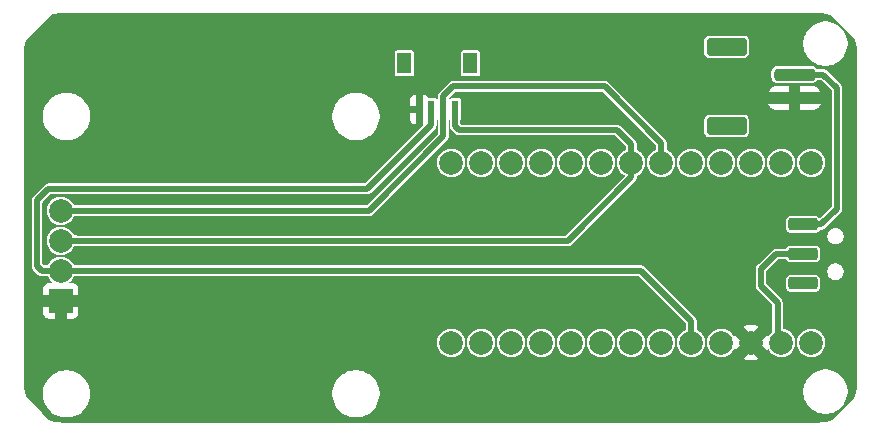
<source format=gbr>
%TF.GenerationSoftware,KiCad,Pcbnew,9.0.0*%
%TF.CreationDate,2025-05-17T10:00:07-07:00*%
%TF.ProjectId,nnv2-toupee,6e6e7632-2d74-46f7-9570-65652e6b6963,rev?*%
%TF.SameCoordinates,Original*%
%TF.FileFunction,Copper,L2,Bot*%
%TF.FilePolarity,Positive*%
%FSLAX46Y46*%
G04 Gerber Fmt 4.6, Leading zero omitted, Abs format (unit mm)*
G04 Created by KiCad (PCBNEW 9.0.0) date 2025-05-17 10:00:07*
%MOMM*%
%LPD*%
G01*
G04 APERTURE LIST*
G04 Aperture macros list*
%AMRoundRect*
0 Rectangle with rounded corners*
0 $1 Rounding radius*
0 $2 $3 $4 $5 $6 $7 $8 $9 X,Y pos of 4 corners*
0 Add a 4 corners polygon primitive as box body*
4,1,4,$2,$3,$4,$5,$6,$7,$8,$9,$2,$3,0*
0 Add four circle primitives for the rounded corners*
1,1,$1+$1,$2,$3*
1,1,$1+$1,$4,$5*
1,1,$1+$1,$6,$7*
1,1,$1+$1,$8,$9*
0 Add four rect primitives between the rounded corners*
20,1,$1+$1,$2,$3,$4,$5,0*
20,1,$1+$1,$4,$5,$6,$7,0*
20,1,$1+$1,$6,$7,$8,$9,0*
20,1,$1+$1,$8,$9,$2,$3,0*%
G04 Aperture macros list end*
%TA.AperFunction,ComponentPad*%
%ADD10R,2.000000X2.000000*%
%TD*%
%TA.AperFunction,ComponentPad*%
%ADD11C,2.000000*%
%TD*%
%TA.AperFunction,SMDPad,CuDef*%
%ADD12R,0.600000X1.550000*%
%TD*%
%TA.AperFunction,SMDPad,CuDef*%
%ADD13R,1.200000X1.800000*%
%TD*%
%TA.AperFunction,SMDPad,CuDef*%
%ADD14RoundRect,0.200000X-1.050000X0.300000X-1.050000X-0.300000X1.050000X-0.300000X1.050000X0.300000X0*%
%TD*%
%TA.AperFunction,SMDPad,CuDef*%
%ADD15RoundRect,0.250000X1.500000X-0.250000X1.500000X0.250000X-1.500000X0.250000X-1.500000X-0.250000X0*%
%TD*%
%TA.AperFunction,SMDPad,CuDef*%
%ADD16RoundRect,0.250001X1.449999X-0.499999X1.449999X0.499999X-1.449999X0.499999X-1.449999X-0.499999X0*%
%TD*%
%TA.AperFunction,Conductor*%
%ADD17C,0.500000*%
%TD*%
G04 APERTURE END LIST*
D10*
%TO.P,J3,1,Pin_1*%
%TO.N,GND*%
X145000000Y-90495000D03*
D11*
%TO.P,J3,2,Pin_2*%
%TO.N,VCC*%
X145000000Y-87955000D03*
%TO.P,J3,3,Pin_3*%
%TO.N,/SCL*%
X145000000Y-85415000D03*
%TO.P,J3,4,Pin_4*%
%TO.N,/SDA*%
X145000000Y-82875000D03*
%TD*%
%TO.P,U1,1,GP0(TX)*%
%TO.N,unconnected-(U1-GP0(TX)-Pad1)*%
X206010000Y-78809991D03*
%TO.P,U1,2,GP1(RX)*%
%TO.N,unconnected-(U1-GP1(RX)-Pad2)*%
X203470000Y-78809991D03*
%TO.P,U1,3,GND*%
%TO.N,unconnected-(U1-GND-Pad3)*%
X200930000Y-78809991D03*
%TO.P,U1,4,GND*%
%TO.N,unconnected-(U1-GND-Pad4)*%
X198390000Y-78809991D03*
%TO.P,U1,5,SDA(GP2)*%
%TO.N,/SDA*%
X195850000Y-78809991D03*
%TO.P,U1,6,SCL(GP3)*%
%TO.N,/SCL*%
X193310000Y-78809991D03*
%TO.P,U1,7,GP4*%
%TO.N,unconnected-(U1-GP4-Pad7)*%
X190770000Y-78809991D03*
%TO.P,U1,8,GP5*%
%TO.N,unconnected-(U1-GP5-Pad8)*%
X188230000Y-78809991D03*
%TO.P,U1,9,GP6*%
%TO.N,unconnected-(U1-GP6-Pad9)*%
X185690000Y-78809991D03*
%TO.P,U1,10,GP7*%
%TO.N,unconnected-(U1-GP7-Pad10)*%
X183150000Y-78809991D03*
%TO.P,U1,11,GP8*%
%TO.N,unconnected-(U1-GP8-Pad11)*%
X180610000Y-78809991D03*
%TO.P,U1,12,GP9*%
%TO.N,unconnected-(U1-GP9-Pad12)*%
X178070000Y-78809991D03*
%TO.P,U1,13,GP21*%
%TO.N,unconnected-(U1-GP21-Pad13)*%
X178070010Y-94050001D03*
%TO.P,U1,14,GP23*%
%TO.N,unconnected-(U1-GP23-Pad14)*%
X180610010Y-94050001D03*
%TO.P,U1,15,GP20*%
%TO.N,unconnected-(U1-GP20-Pad15)*%
X183150010Y-94050001D03*
%TO.P,U1,16,GP22*%
%TO.N,unconnected-(U1-GP22-Pad16)*%
X185690010Y-94050001D03*
%TO.P,U1,17,GP26(A0)*%
%TO.N,unconnected-(U1-GP26(A0)-Pad17)*%
X188230010Y-94050001D03*
%TO.P,U1,18,GP27(A1)*%
%TO.N,unconnected-(U1-GP27(A1)-Pad18)*%
X190770010Y-94050001D03*
%TO.P,U1,19,GP28(A2)*%
%TO.N,unconnected-(U1-GP28(A2)-Pad19)*%
X193310010Y-94050001D03*
%TO.P,U1,20,GP29(A3)*%
%TO.N,unconnected-(U1-GP29(A3)-Pad20)*%
X195850010Y-94050001D03*
%TO.P,U1,21,3v3*%
%TO.N,VCC*%
X198390010Y-94050001D03*
%TO.P,U1,22,RST*%
%TO.N,unconnected-(U1-RST-Pad22)*%
X200930010Y-94050001D03*
%TO.P,U1,23,GND*%
%TO.N,GND*%
X203470010Y-94050001D03*
%TO.P,U1,24,5V*%
%TO.N,/RAW*%
X206010010Y-94050001D03*
%TO.P,U1,33,GP10(B-)*%
%TO.N,unconnected-(U1-GP10(B-)-Pad33)*%
X208550000Y-78809991D03*
%TO.P,U1,34,GP11(B+)*%
%TO.N,unconnected-(U1-GP11(B+)-Pad34)*%
X208550010Y-94050001D03*
%TD*%
D12*
%TO.P,J2,1,Pin_1*%
%TO.N,GND*%
X175390000Y-74300000D03*
%TO.P,J2,2,Pin_2*%
%TO.N,VCC*%
X176390000Y-74300000D03*
%TO.P,J2,3,Pin_3*%
%TO.N,/SDA*%
X177390000Y-74300000D03*
%TO.P,J2,4,Pin_4*%
%TO.N,/SCL*%
X178390000Y-74300000D03*
D13*
%TO.P,J2,MT1*%
%TO.N,N/C*%
X174090000Y-70400000D03*
%TO.P,J2,MT2*%
X179690000Y-70400000D03*
%TD*%
D14*
%TO.P,SW1,1,A*%
%TO.N,/rawswitch*%
X207850000Y-84020000D03*
%TO.P,SW1,2,B*%
%TO.N,/RAW*%
X207850000Y-86520000D03*
%TO.P,SW1,3*%
%TO.N,N/C*%
X207850000Y-89020000D03*
%TD*%
D15*
%TO.P,J1,1,Pin_1*%
%TO.N,GND*%
X207130000Y-73340000D03*
%TO.P,J1,2,Pin_2*%
%TO.N,/rawswitch*%
X207130000Y-71340000D03*
D16*
%TO.P,J1,MP*%
%TO.N,N/C*%
X201380000Y-75690000D03*
X201380000Y-68990000D03*
%TD*%
D17*
%TO.N,/RAW*%
X205580000Y-86520000D02*
X207850000Y-86520000D01*
X205690010Y-94050001D02*
X205690010Y-90650010D01*
X205690010Y-90650010D02*
X204280000Y-89240000D01*
X204330000Y-87770000D02*
X205580000Y-86520000D01*
X204280000Y-89240000D02*
X204280000Y-87770000D01*
X204280000Y-87770000D02*
X204330000Y-87770000D01*
%TO.N,/SCL*%
X193310000Y-77250000D02*
X192110000Y-76050000D01*
X178390000Y-75730000D02*
X178390000Y-74300000D01*
X193320000Y-80050000D02*
X193320000Y-78819991D01*
X192110000Y-76050000D02*
X178710000Y-76050000D01*
X193320000Y-78819991D02*
X193310000Y-78809991D01*
X187950000Y-85420000D02*
X193320000Y-80050000D01*
X145000000Y-85415000D02*
X146285000Y-85415000D01*
X178710000Y-76050000D02*
X178390000Y-75730000D01*
X193310000Y-78809991D02*
X193310000Y-77250000D01*
X146285000Y-85415000D02*
X146290000Y-85420000D01*
X146290000Y-85420000D02*
X187950000Y-85420000D01*
%TO.N,/SDA*%
X191060000Y-72330000D02*
X178220000Y-72330000D01*
X195850000Y-78809991D02*
X195850000Y-77120000D01*
X171065000Y-82875000D02*
X145000000Y-82875000D01*
X195530000Y-78809991D02*
X195870000Y-78469991D01*
X178220000Y-72330000D02*
X177390000Y-73160000D01*
X195850000Y-77120000D02*
X191060000Y-72330000D01*
X177390000Y-76550000D02*
X171065000Y-82875000D01*
X177390000Y-73160000D02*
X177390000Y-74300000D01*
X177390000Y-74300000D02*
X177390000Y-76550000D01*
%TO.N,VCC*%
X143000000Y-87570000D02*
X143390000Y-87960000D01*
X143395000Y-87955000D02*
X145000000Y-87955000D01*
X176390000Y-75575000D02*
X170955000Y-81010000D01*
X143390000Y-87960000D02*
X143395000Y-87955000D01*
X170955000Y-81010000D02*
X143960000Y-81010000D01*
X194155000Y-87955000D02*
X145000000Y-87955000D01*
X143960000Y-81010000D02*
X143000000Y-81970000D01*
X176390000Y-74300000D02*
X176390000Y-75575000D01*
X198390000Y-92190000D02*
X194155000Y-87955000D01*
X143000000Y-81970000D02*
X143000000Y-87570000D01*
X198390000Y-93730011D02*
X198390000Y-92190000D01*
X198070010Y-94050001D02*
X198390000Y-93730011D01*
%TO.N,/rawswitch*%
X210730000Y-72500000D02*
X210730000Y-82700000D01*
X209410000Y-84020000D02*
X207850000Y-84020000D01*
X209570000Y-71340000D02*
X210730000Y-72500000D01*
X207130000Y-71340000D02*
X209570000Y-71340000D01*
X210730000Y-82700000D02*
X209410000Y-84020000D01*
%TD*%
%TA.AperFunction,Conductor*%
%TO.N,GND*%
G36*
X209127287Y-66110566D02*
G01*
X209468325Y-66128439D01*
X209473407Y-66128973D01*
X209809467Y-66182198D01*
X209814479Y-66183264D01*
X210111132Y-66262751D01*
X210141642Y-66270926D01*
X210163608Y-66283608D01*
X212252390Y-68372390D01*
X212265072Y-68394356D01*
X212352732Y-68721506D01*
X212353799Y-68726523D01*
X212407024Y-69062571D01*
X212407560Y-69067671D01*
X212425421Y-69408470D01*
X212425488Y-69411035D01*
X212425488Y-97511709D01*
X212425421Y-97514274D01*
X212407547Y-97855321D01*
X212407011Y-97860421D01*
X212353787Y-98196468D01*
X212352720Y-98201485D01*
X212264664Y-98530115D01*
X212263079Y-98534993D01*
X212203310Y-98690697D01*
X212192213Y-98707785D01*
X210320785Y-100579213D01*
X210303697Y-100590310D01*
X210147988Y-100650081D01*
X210143110Y-100651666D01*
X209814480Y-100739721D01*
X209809463Y-100740788D01*
X209473416Y-100794012D01*
X209468315Y-100794548D01*
X209127286Y-100812420D01*
X209124722Y-100812487D01*
X145188251Y-100812490D01*
X145185687Y-100812423D01*
X144844678Y-100794553D01*
X144839577Y-100794017D01*
X144503530Y-100740793D01*
X144498513Y-100739726D01*
X144169883Y-100651670D01*
X144165005Y-100650085D01*
X144019513Y-100594236D01*
X144001879Y-100582585D01*
X143998612Y-100579213D01*
X143398533Y-99959776D01*
X142077643Y-98596276D01*
X142067091Y-98579742D01*
X142049911Y-98534986D01*
X142048327Y-98530108D01*
X142041899Y-98506120D01*
X141980516Y-98277032D01*
X141974601Y-98254958D01*
X141971633Y-98243880D01*
X143499500Y-98243880D01*
X143499500Y-98277032D01*
X143499500Y-98506120D01*
X143533730Y-98766116D01*
X143533731Y-98766120D01*
X143533732Y-98766127D01*
X143601599Y-99019412D01*
X143601602Y-99019419D01*
X143701957Y-99261697D01*
X143701959Y-99261700D01*
X143833074Y-99488800D01*
X143833084Y-99488815D01*
X143992709Y-99696841D01*
X143992720Y-99696853D01*
X144178146Y-99882279D01*
X144178158Y-99882290D01*
X144386184Y-100041915D01*
X144386193Y-100041921D01*
X144386197Y-100041924D01*
X144613303Y-100173043D01*
X144855581Y-100273398D01*
X144855584Y-100273398D01*
X144855587Y-100273400D01*
X145108872Y-100341267D01*
X145108873Y-100341267D01*
X145108884Y-100341270D01*
X145368880Y-100375500D01*
X145368883Y-100375500D01*
X145631117Y-100375500D01*
X145631120Y-100375500D01*
X145891116Y-100341270D01*
X146144419Y-100273398D01*
X146386697Y-100173043D01*
X146613803Y-100041924D01*
X146714052Y-99965000D01*
X146821841Y-99882290D01*
X146821843Y-99882287D01*
X146821851Y-99882282D01*
X147007282Y-99696851D01*
X147075559Y-99607872D01*
X147166915Y-99488815D01*
X147166916Y-99488812D01*
X147166924Y-99488803D01*
X147298043Y-99261697D01*
X147398398Y-99019419D01*
X147401170Y-99009076D01*
X147466267Y-98766127D01*
X147466266Y-98766127D01*
X147466270Y-98766116D01*
X147500500Y-98506120D01*
X147500500Y-98243880D01*
X167999500Y-98243880D01*
X167999500Y-98277032D01*
X167999500Y-98506120D01*
X168033730Y-98766116D01*
X168033731Y-98766120D01*
X168033732Y-98766127D01*
X168101599Y-99019412D01*
X168101602Y-99019419D01*
X168201957Y-99261697D01*
X168201959Y-99261700D01*
X168333074Y-99488800D01*
X168333084Y-99488815D01*
X168492709Y-99696841D01*
X168492720Y-99696853D01*
X168678146Y-99882279D01*
X168678158Y-99882290D01*
X168886184Y-100041915D01*
X168886193Y-100041921D01*
X168886197Y-100041924D01*
X169113303Y-100173043D01*
X169355581Y-100273398D01*
X169355584Y-100273398D01*
X169355587Y-100273400D01*
X169608872Y-100341267D01*
X169608873Y-100341267D01*
X169608884Y-100341270D01*
X169868880Y-100375500D01*
X169868883Y-100375500D01*
X170131117Y-100375500D01*
X170131120Y-100375500D01*
X170391116Y-100341270D01*
X170644419Y-100273398D01*
X170886697Y-100173043D01*
X171113803Y-100041924D01*
X171214052Y-99965000D01*
X171321841Y-99882290D01*
X171321843Y-99882287D01*
X171321851Y-99882282D01*
X171507282Y-99696851D01*
X171575559Y-99607872D01*
X171666915Y-99488815D01*
X171666916Y-99488812D01*
X171666924Y-99488803D01*
X171798043Y-99261697D01*
X171898398Y-99019419D01*
X171901170Y-99009076D01*
X171966267Y-98766127D01*
X171966266Y-98766127D01*
X171966270Y-98766116D01*
X172000500Y-98506120D01*
X172000500Y-98243880D01*
X171975906Y-98057073D01*
X207874500Y-98057073D01*
X207874500Y-98094284D01*
X207874500Y-98302927D01*
X207906591Y-98546677D01*
X207906592Y-98546681D01*
X207906593Y-98546688D01*
X207970219Y-98784145D01*
X207970221Y-98784151D01*
X207970222Y-98784153D01*
X208064306Y-99011292D01*
X208068994Y-99019412D01*
X208187231Y-99224205D01*
X208187241Y-99224220D01*
X208336890Y-99419246D01*
X208336901Y-99419258D01*
X208510741Y-99593098D01*
X208510753Y-99593109D01*
X208705779Y-99742758D01*
X208705788Y-99742764D01*
X208705792Y-99742767D01*
X208918708Y-99865694D01*
X209145847Y-99959778D01*
X209145853Y-99959779D01*
X209145854Y-99959780D01*
X209383311Y-100023406D01*
X209383312Y-100023406D01*
X209383323Y-100023409D01*
X209627073Y-100055500D01*
X209627076Y-100055500D01*
X209872924Y-100055500D01*
X209872927Y-100055500D01*
X210116677Y-100023409D01*
X210354153Y-99959778D01*
X210581292Y-99865694D01*
X210794208Y-99742767D01*
X210794220Y-99742758D01*
X210989246Y-99593109D01*
X210989248Y-99593106D01*
X210989256Y-99593101D01*
X211163101Y-99419256D01*
X211283999Y-99261700D01*
X211312758Y-99224220D01*
X211312759Y-99224217D01*
X211312767Y-99224208D01*
X211435694Y-99011292D01*
X211529778Y-98784153D01*
X211593409Y-98546677D01*
X211625500Y-98302927D01*
X211625500Y-98057073D01*
X211593409Y-97813323D01*
X211571237Y-97730577D01*
X211529780Y-97575854D01*
X211529779Y-97575853D01*
X211529778Y-97575847D01*
X211435694Y-97348708D01*
X211312767Y-97135792D01*
X211312764Y-97135788D01*
X211312758Y-97135779D01*
X211163109Y-96940753D01*
X211163098Y-96940741D01*
X210989258Y-96766901D01*
X210989246Y-96766890D01*
X210794220Y-96617241D01*
X210794205Y-96617231D01*
X210581295Y-96494308D01*
X210581296Y-96494308D01*
X210581292Y-96494306D01*
X210354153Y-96400222D01*
X210354151Y-96400221D01*
X210354145Y-96400219D01*
X210116688Y-96336593D01*
X210116681Y-96336592D01*
X210116677Y-96336591D01*
X209872927Y-96304500D01*
X209627073Y-96304500D01*
X209383323Y-96336591D01*
X209383319Y-96336591D01*
X209383311Y-96336593D01*
X209145854Y-96400219D01*
X209145844Y-96400223D01*
X209125302Y-96408732D01*
X208918708Y-96494306D01*
X208918705Y-96494307D01*
X208918704Y-96494308D01*
X208705794Y-96617231D01*
X208705779Y-96617241D01*
X208510753Y-96766890D01*
X208510741Y-96766901D01*
X208336901Y-96940741D01*
X208336890Y-96940753D01*
X208187241Y-97135779D01*
X208187231Y-97135794D01*
X208114830Y-97261197D01*
X208064306Y-97348708D01*
X208009194Y-97481759D01*
X207970223Y-97575844D01*
X207970219Y-97575854D01*
X207906593Y-97813311D01*
X207906591Y-97813319D01*
X207906591Y-97813323D01*
X207874500Y-98057073D01*
X171975906Y-98057073D01*
X171966270Y-97983884D01*
X171933189Y-97860422D01*
X171898400Y-97730587D01*
X171898396Y-97730577D01*
X171798043Y-97488303D01*
X171666924Y-97261197D01*
X171666921Y-97261193D01*
X171666915Y-97261184D01*
X171507290Y-97053158D01*
X171507279Y-97053146D01*
X171321853Y-96867720D01*
X171321841Y-96867709D01*
X171113815Y-96708084D01*
X171113800Y-96708074D01*
X170886700Y-96576959D01*
X170886701Y-96576959D01*
X170886697Y-96576957D01*
X170687160Y-96494306D01*
X170644422Y-96476603D01*
X170644412Y-96476599D01*
X170391127Y-96408732D01*
X170391120Y-96408731D01*
X170391116Y-96408730D01*
X170131120Y-96374500D01*
X169868880Y-96374500D01*
X169608884Y-96408730D01*
X169608880Y-96408730D01*
X169608872Y-96408732D01*
X169355587Y-96476599D01*
X169355577Y-96476603D01*
X169196435Y-96542522D01*
X169113303Y-96576957D01*
X169113300Y-96576958D01*
X169113299Y-96576959D01*
X168886199Y-96708074D01*
X168886184Y-96708084D01*
X168678158Y-96867709D01*
X168678146Y-96867720D01*
X168492720Y-97053146D01*
X168492709Y-97053158D01*
X168333084Y-97261184D01*
X168333074Y-97261199D01*
X168201959Y-97488299D01*
X168201957Y-97488303D01*
X168167522Y-97571435D01*
X168101603Y-97730577D01*
X168101599Y-97730587D01*
X168033732Y-97983872D01*
X168033730Y-97983880D01*
X168033730Y-97983884D01*
X167999500Y-98243880D01*
X147500500Y-98243880D01*
X147466270Y-97983884D01*
X147433189Y-97860422D01*
X147398400Y-97730587D01*
X147398396Y-97730577D01*
X147298043Y-97488303D01*
X147166924Y-97261197D01*
X147166921Y-97261193D01*
X147166915Y-97261184D01*
X147007290Y-97053158D01*
X147007279Y-97053146D01*
X146821853Y-96867720D01*
X146821841Y-96867709D01*
X146613815Y-96708084D01*
X146613800Y-96708074D01*
X146386700Y-96576959D01*
X146386701Y-96576959D01*
X146386697Y-96576957D01*
X146187160Y-96494306D01*
X146144422Y-96476603D01*
X146144412Y-96476599D01*
X145891127Y-96408732D01*
X145891120Y-96408731D01*
X145891116Y-96408730D01*
X145631120Y-96374500D01*
X145368880Y-96374500D01*
X145108884Y-96408730D01*
X145108880Y-96408730D01*
X145108872Y-96408732D01*
X144855587Y-96476599D01*
X144855577Y-96476603D01*
X144696435Y-96542522D01*
X144613303Y-96576957D01*
X144613300Y-96576958D01*
X144613299Y-96576959D01*
X144386199Y-96708074D01*
X144386184Y-96708084D01*
X144178158Y-96867709D01*
X144178146Y-96867720D01*
X143992720Y-97053146D01*
X143992709Y-97053158D01*
X143833084Y-97261184D01*
X143833074Y-97261199D01*
X143701959Y-97488299D01*
X143701957Y-97488303D01*
X143667522Y-97571435D01*
X143601603Y-97730577D01*
X143601599Y-97730587D01*
X143533732Y-97983872D01*
X143533730Y-97983880D01*
X143533730Y-97983884D01*
X143499500Y-98243880D01*
X141971633Y-98243880D01*
X141960273Y-98201486D01*
X141960273Y-98201485D01*
X141959206Y-98196469D01*
X141945158Y-98107770D01*
X141905981Y-97860412D01*
X141905447Y-97855330D01*
X141887573Y-97514273D01*
X141887506Y-97511709D01*
X141887506Y-95403920D01*
X202823195Y-95403920D01*
X202823195Y-95403922D01*
X202894208Y-95440104D01*
X203118758Y-95513065D01*
X203118761Y-95513066D01*
X203351958Y-95550001D01*
X203588062Y-95550001D01*
X203821258Y-95513066D01*
X203821261Y-95513065D01*
X204045808Y-95440105D01*
X204116823Y-95403920D01*
X203470010Y-94757107D01*
X202823195Y-95403920D01*
X141887506Y-95403920D01*
X141887506Y-93955520D01*
X176869510Y-93955520D01*
X176869510Y-94144481D01*
X176899069Y-94331116D01*
X176899070Y-94331119D01*
X176957463Y-94510834D01*
X177043246Y-94679194D01*
X177043249Y-94679198D01*
X177043250Y-94679200D01*
X177154320Y-94832074D01*
X177154322Y-94832076D01*
X177154325Y-94832080D01*
X177287930Y-94965685D01*
X177287933Y-94965687D01*
X177287937Y-94965691D01*
X177440811Y-95076761D01*
X177440813Y-95076762D01*
X177440816Y-95076764D01*
X177609176Y-95162547D01*
X177609178Y-95162548D01*
X177788892Y-95220941D01*
X177975529Y-95250501D01*
X177975530Y-95250501D01*
X178164490Y-95250501D01*
X178164491Y-95250501D01*
X178351128Y-95220941D01*
X178530842Y-95162548D01*
X178699209Y-95076761D01*
X178852083Y-94965691D01*
X178985700Y-94832074D01*
X179096770Y-94679200D01*
X179182557Y-94510833D01*
X179240950Y-94331119D01*
X179270510Y-94144482D01*
X179270510Y-93955520D01*
X179409510Y-93955520D01*
X179409510Y-94144481D01*
X179439069Y-94331116D01*
X179439070Y-94331119D01*
X179497463Y-94510834D01*
X179583246Y-94679194D01*
X179583249Y-94679198D01*
X179583250Y-94679200D01*
X179694320Y-94832074D01*
X179694322Y-94832076D01*
X179694325Y-94832080D01*
X179827930Y-94965685D01*
X179827933Y-94965687D01*
X179827937Y-94965691D01*
X179980811Y-95076761D01*
X179980813Y-95076762D01*
X179980816Y-95076764D01*
X180149176Y-95162547D01*
X180149178Y-95162548D01*
X180328892Y-95220941D01*
X180515529Y-95250501D01*
X180515530Y-95250501D01*
X180704490Y-95250501D01*
X180704491Y-95250501D01*
X180891128Y-95220941D01*
X181070842Y-95162548D01*
X181239209Y-95076761D01*
X181392083Y-94965691D01*
X181525700Y-94832074D01*
X181636770Y-94679200D01*
X181722557Y-94510833D01*
X181780950Y-94331119D01*
X181810510Y-94144482D01*
X181810510Y-93955520D01*
X181949510Y-93955520D01*
X181949510Y-94144481D01*
X181979069Y-94331116D01*
X181979070Y-94331119D01*
X182037463Y-94510834D01*
X182123246Y-94679194D01*
X182123249Y-94679198D01*
X182123250Y-94679200D01*
X182234320Y-94832074D01*
X182234322Y-94832076D01*
X182234325Y-94832080D01*
X182367930Y-94965685D01*
X182367933Y-94965687D01*
X182367937Y-94965691D01*
X182520811Y-95076761D01*
X182520813Y-95076762D01*
X182520816Y-95076764D01*
X182689176Y-95162547D01*
X182689178Y-95162548D01*
X182868892Y-95220941D01*
X183055529Y-95250501D01*
X183055530Y-95250501D01*
X183244490Y-95250501D01*
X183244491Y-95250501D01*
X183431128Y-95220941D01*
X183610842Y-95162548D01*
X183779209Y-95076761D01*
X183932083Y-94965691D01*
X184065700Y-94832074D01*
X184176770Y-94679200D01*
X184262557Y-94510833D01*
X184320950Y-94331119D01*
X184350510Y-94144482D01*
X184350510Y-93955520D01*
X184489510Y-93955520D01*
X184489510Y-94144481D01*
X184519069Y-94331116D01*
X184519070Y-94331119D01*
X184577463Y-94510834D01*
X184663246Y-94679194D01*
X184663249Y-94679198D01*
X184663250Y-94679200D01*
X184774320Y-94832074D01*
X184774322Y-94832076D01*
X184774325Y-94832080D01*
X184907930Y-94965685D01*
X184907933Y-94965687D01*
X184907937Y-94965691D01*
X185060811Y-95076761D01*
X185060813Y-95076762D01*
X185060816Y-95076764D01*
X185229176Y-95162547D01*
X185229178Y-95162548D01*
X185408892Y-95220941D01*
X185595529Y-95250501D01*
X185595530Y-95250501D01*
X185784490Y-95250501D01*
X185784491Y-95250501D01*
X185971128Y-95220941D01*
X186150842Y-95162548D01*
X186319209Y-95076761D01*
X186472083Y-94965691D01*
X186605700Y-94832074D01*
X186716770Y-94679200D01*
X186802557Y-94510833D01*
X186860950Y-94331119D01*
X186890510Y-94144482D01*
X186890510Y-93955520D01*
X187029510Y-93955520D01*
X187029510Y-94144481D01*
X187059069Y-94331116D01*
X187059070Y-94331119D01*
X187117463Y-94510834D01*
X187203246Y-94679194D01*
X187203249Y-94679198D01*
X187203250Y-94679200D01*
X187314320Y-94832074D01*
X187314322Y-94832076D01*
X187314325Y-94832080D01*
X187447930Y-94965685D01*
X187447933Y-94965687D01*
X187447937Y-94965691D01*
X187600811Y-95076761D01*
X187600813Y-95076762D01*
X187600816Y-95076764D01*
X187769176Y-95162547D01*
X187769178Y-95162548D01*
X187948892Y-95220941D01*
X188135529Y-95250501D01*
X188135530Y-95250501D01*
X188324490Y-95250501D01*
X188324491Y-95250501D01*
X188511128Y-95220941D01*
X188690842Y-95162548D01*
X188859209Y-95076761D01*
X189012083Y-94965691D01*
X189145700Y-94832074D01*
X189256770Y-94679200D01*
X189342557Y-94510833D01*
X189400950Y-94331119D01*
X189430510Y-94144482D01*
X189430510Y-93955520D01*
X189569510Y-93955520D01*
X189569510Y-94144481D01*
X189599069Y-94331116D01*
X189599070Y-94331119D01*
X189657463Y-94510834D01*
X189743246Y-94679194D01*
X189743249Y-94679198D01*
X189743250Y-94679200D01*
X189854320Y-94832074D01*
X189854322Y-94832076D01*
X189854325Y-94832080D01*
X189987930Y-94965685D01*
X189987933Y-94965687D01*
X189987937Y-94965691D01*
X190140811Y-95076761D01*
X190140813Y-95076762D01*
X190140816Y-95076764D01*
X190309176Y-95162547D01*
X190309178Y-95162548D01*
X190488892Y-95220941D01*
X190675529Y-95250501D01*
X190675530Y-95250501D01*
X190864490Y-95250501D01*
X190864491Y-95250501D01*
X191051128Y-95220941D01*
X191230842Y-95162548D01*
X191399209Y-95076761D01*
X191552083Y-94965691D01*
X191685700Y-94832074D01*
X191796770Y-94679200D01*
X191882557Y-94510833D01*
X191940950Y-94331119D01*
X191970510Y-94144482D01*
X191970510Y-93955520D01*
X192109510Y-93955520D01*
X192109510Y-94144481D01*
X192139069Y-94331116D01*
X192139070Y-94331119D01*
X192197463Y-94510834D01*
X192283246Y-94679194D01*
X192283249Y-94679198D01*
X192283250Y-94679200D01*
X192394320Y-94832074D01*
X192394322Y-94832076D01*
X192394325Y-94832080D01*
X192527930Y-94965685D01*
X192527933Y-94965687D01*
X192527937Y-94965691D01*
X192680811Y-95076761D01*
X192680813Y-95076762D01*
X192680816Y-95076764D01*
X192849176Y-95162547D01*
X192849178Y-95162548D01*
X193028892Y-95220941D01*
X193215529Y-95250501D01*
X193215530Y-95250501D01*
X193404490Y-95250501D01*
X193404491Y-95250501D01*
X193591128Y-95220941D01*
X193770842Y-95162548D01*
X193939209Y-95076761D01*
X194092083Y-94965691D01*
X194225700Y-94832074D01*
X194336770Y-94679200D01*
X194422557Y-94510833D01*
X194480950Y-94331119D01*
X194510510Y-94144482D01*
X194510510Y-93955520D01*
X194649510Y-93955520D01*
X194649510Y-94144481D01*
X194679069Y-94331116D01*
X194679070Y-94331119D01*
X194737463Y-94510834D01*
X194823246Y-94679194D01*
X194823249Y-94679198D01*
X194823250Y-94679200D01*
X194934320Y-94832074D01*
X194934322Y-94832076D01*
X194934325Y-94832080D01*
X195067930Y-94965685D01*
X195067933Y-94965687D01*
X195067937Y-94965691D01*
X195220811Y-95076761D01*
X195220813Y-95076762D01*
X195220816Y-95076764D01*
X195389176Y-95162547D01*
X195389178Y-95162548D01*
X195568892Y-95220941D01*
X195755529Y-95250501D01*
X195755530Y-95250501D01*
X195944490Y-95250501D01*
X195944491Y-95250501D01*
X196131128Y-95220941D01*
X196310842Y-95162548D01*
X196479209Y-95076761D01*
X196632083Y-94965691D01*
X196765700Y-94832074D01*
X196876770Y-94679200D01*
X196962557Y-94510833D01*
X197020950Y-94331119D01*
X197050510Y-94144482D01*
X197050510Y-93955520D01*
X197020950Y-93768883D01*
X196962557Y-93589169D01*
X196876770Y-93420802D01*
X196765700Y-93267928D01*
X196765696Y-93267924D01*
X196765694Y-93267921D01*
X196632089Y-93134316D01*
X196632090Y-93134316D01*
X196479203Y-93023237D01*
X196310843Y-92937454D01*
X196131128Y-92879061D01*
X196131125Y-92879060D01*
X195980505Y-92855205D01*
X195944491Y-92849501D01*
X195755529Y-92849501D01*
X195720407Y-92855063D01*
X195568894Y-92879060D01*
X195568891Y-92879061D01*
X195389176Y-92937454D01*
X195220816Y-93023237D01*
X195067930Y-93134316D01*
X194934325Y-93267921D01*
X194823246Y-93420807D01*
X194737463Y-93589167D01*
X194679070Y-93768882D01*
X194679069Y-93768885D01*
X194649510Y-93955520D01*
X194510510Y-93955520D01*
X194480950Y-93768883D01*
X194422557Y-93589169D01*
X194336770Y-93420802D01*
X194225700Y-93267928D01*
X194225696Y-93267924D01*
X194225694Y-93267921D01*
X194092089Y-93134316D01*
X194092090Y-93134316D01*
X193939203Y-93023237D01*
X193770843Y-92937454D01*
X193591128Y-92879061D01*
X193591125Y-92879060D01*
X193440505Y-92855205D01*
X193404491Y-92849501D01*
X193215529Y-92849501D01*
X193180407Y-92855063D01*
X193028894Y-92879060D01*
X193028891Y-92879061D01*
X192849176Y-92937454D01*
X192680816Y-93023237D01*
X192527930Y-93134316D01*
X192394325Y-93267921D01*
X192283246Y-93420807D01*
X192197463Y-93589167D01*
X192139070Y-93768882D01*
X192139069Y-93768885D01*
X192109510Y-93955520D01*
X191970510Y-93955520D01*
X191940950Y-93768883D01*
X191882557Y-93589169D01*
X191796770Y-93420802D01*
X191685700Y-93267928D01*
X191685696Y-93267924D01*
X191685694Y-93267921D01*
X191552089Y-93134316D01*
X191552090Y-93134316D01*
X191399203Y-93023237D01*
X191230843Y-92937454D01*
X191051128Y-92879061D01*
X191051125Y-92879060D01*
X190900505Y-92855205D01*
X190864491Y-92849501D01*
X190675529Y-92849501D01*
X190640407Y-92855063D01*
X190488894Y-92879060D01*
X190488891Y-92879061D01*
X190309176Y-92937454D01*
X190140816Y-93023237D01*
X189987930Y-93134316D01*
X189854325Y-93267921D01*
X189743246Y-93420807D01*
X189657463Y-93589167D01*
X189599070Y-93768882D01*
X189599069Y-93768885D01*
X189569510Y-93955520D01*
X189430510Y-93955520D01*
X189400950Y-93768883D01*
X189342557Y-93589169D01*
X189256770Y-93420802D01*
X189145700Y-93267928D01*
X189145696Y-93267924D01*
X189145694Y-93267921D01*
X189012089Y-93134316D01*
X189012090Y-93134316D01*
X188859203Y-93023237D01*
X188690843Y-92937454D01*
X188511128Y-92879061D01*
X188511125Y-92879060D01*
X188360505Y-92855205D01*
X188324491Y-92849501D01*
X188135529Y-92849501D01*
X188100407Y-92855063D01*
X187948894Y-92879060D01*
X187948891Y-92879061D01*
X187769176Y-92937454D01*
X187600816Y-93023237D01*
X187447930Y-93134316D01*
X187314325Y-93267921D01*
X187203246Y-93420807D01*
X187117463Y-93589167D01*
X187059070Y-93768882D01*
X187059069Y-93768885D01*
X187029510Y-93955520D01*
X186890510Y-93955520D01*
X186860950Y-93768883D01*
X186802557Y-93589169D01*
X186716770Y-93420802D01*
X186605700Y-93267928D01*
X186605696Y-93267924D01*
X186605694Y-93267921D01*
X186472089Y-93134316D01*
X186472090Y-93134316D01*
X186319203Y-93023237D01*
X186150843Y-92937454D01*
X185971128Y-92879061D01*
X185971125Y-92879060D01*
X185820505Y-92855205D01*
X185784491Y-92849501D01*
X185595529Y-92849501D01*
X185560407Y-92855063D01*
X185408894Y-92879060D01*
X185408891Y-92879061D01*
X185229176Y-92937454D01*
X185060816Y-93023237D01*
X184907930Y-93134316D01*
X184774325Y-93267921D01*
X184663246Y-93420807D01*
X184577463Y-93589167D01*
X184519070Y-93768882D01*
X184519069Y-93768885D01*
X184489510Y-93955520D01*
X184350510Y-93955520D01*
X184320950Y-93768883D01*
X184262557Y-93589169D01*
X184176770Y-93420802D01*
X184065700Y-93267928D01*
X184065696Y-93267924D01*
X184065694Y-93267921D01*
X183932089Y-93134316D01*
X183932090Y-93134316D01*
X183779203Y-93023237D01*
X183610843Y-92937454D01*
X183431128Y-92879061D01*
X183431125Y-92879060D01*
X183280505Y-92855205D01*
X183244491Y-92849501D01*
X183055529Y-92849501D01*
X183020407Y-92855063D01*
X182868894Y-92879060D01*
X182868891Y-92879061D01*
X182689176Y-92937454D01*
X182520816Y-93023237D01*
X182367930Y-93134316D01*
X182234325Y-93267921D01*
X182123246Y-93420807D01*
X182037463Y-93589167D01*
X181979070Y-93768882D01*
X181979069Y-93768885D01*
X181949510Y-93955520D01*
X181810510Y-93955520D01*
X181780950Y-93768883D01*
X181722557Y-93589169D01*
X181636770Y-93420802D01*
X181525700Y-93267928D01*
X181525696Y-93267924D01*
X181525694Y-93267921D01*
X181392089Y-93134316D01*
X181392090Y-93134316D01*
X181239203Y-93023237D01*
X181070843Y-92937454D01*
X180891128Y-92879061D01*
X180891125Y-92879060D01*
X180740505Y-92855205D01*
X180704491Y-92849501D01*
X180515529Y-92849501D01*
X180480407Y-92855063D01*
X180328894Y-92879060D01*
X180328891Y-92879061D01*
X180149176Y-92937454D01*
X179980816Y-93023237D01*
X179827930Y-93134316D01*
X179694325Y-93267921D01*
X179583246Y-93420807D01*
X179497463Y-93589167D01*
X179439070Y-93768882D01*
X179439069Y-93768885D01*
X179409510Y-93955520D01*
X179270510Y-93955520D01*
X179240950Y-93768883D01*
X179182557Y-93589169D01*
X179096770Y-93420802D01*
X178985700Y-93267928D01*
X178985696Y-93267924D01*
X178985694Y-93267921D01*
X178852089Y-93134316D01*
X178852090Y-93134316D01*
X178699203Y-93023237D01*
X178530843Y-92937454D01*
X178351128Y-92879061D01*
X178351125Y-92879060D01*
X178200505Y-92855205D01*
X178164491Y-92849501D01*
X177975529Y-92849501D01*
X177940407Y-92855063D01*
X177788894Y-92879060D01*
X177788891Y-92879061D01*
X177609176Y-92937454D01*
X177440816Y-93023237D01*
X177287930Y-93134316D01*
X177154325Y-93267921D01*
X177043246Y-93420807D01*
X176957463Y-93589167D01*
X176899070Y-93768882D01*
X176899069Y-93768885D01*
X176869510Y-93955520D01*
X141887506Y-93955520D01*
X141887506Y-91542834D01*
X143500000Y-91542834D01*
X143506401Y-91602372D01*
X143506401Y-91602373D01*
X143556648Y-91737091D01*
X143642811Y-91852188D01*
X143757908Y-91938351D01*
X143892626Y-91988598D01*
X143952166Y-91995000D01*
X144500000Y-91995000D01*
X145500000Y-91995000D01*
X146047834Y-91995000D01*
X146107372Y-91988598D01*
X146107373Y-91988598D01*
X146242091Y-91938351D01*
X146357188Y-91852188D01*
X146443351Y-91737091D01*
X146493598Y-91602373D01*
X146493598Y-91602372D01*
X146500000Y-91542834D01*
X146500000Y-90995000D01*
X145500000Y-90995000D01*
X145500000Y-91995000D01*
X144500000Y-91995000D01*
X144500000Y-90995000D01*
X143500000Y-90995000D01*
X143500000Y-91542834D01*
X141887506Y-91542834D01*
X141887506Y-81910688D01*
X142549500Y-81910688D01*
X142549500Y-87629310D01*
X142563990Y-87683385D01*
X142563990Y-87683386D01*
X142580200Y-87743886D01*
X142580201Y-87743888D01*
X142639511Y-87846614D01*
X143029511Y-88236614D01*
X143113386Y-88320489D01*
X143167630Y-88351807D01*
X143216111Y-88379798D01*
X143216113Y-88379799D01*
X143330687Y-88410498D01*
X143330688Y-88410499D01*
X143330691Y-88410499D01*
X143449310Y-88410499D01*
X143459016Y-88407898D01*
X143461734Y-88407169D01*
X143474416Y-88405500D01*
X143852162Y-88405500D01*
X143886810Y-88419852D01*
X143895821Y-88432255D01*
X143973236Y-88584193D01*
X143973239Y-88584197D01*
X143973240Y-88584199D01*
X144084310Y-88737073D01*
X144084312Y-88737075D01*
X144084315Y-88737079D01*
X144217921Y-88870685D01*
X144217925Y-88870688D01*
X144217927Y-88870690D01*
X144267020Y-88906358D01*
X144286616Y-88938335D01*
X144277861Y-88974801D01*
X144245884Y-88994397D01*
X144238219Y-88995000D01*
X143952166Y-88995000D01*
X143892627Y-89001401D01*
X143892626Y-89001401D01*
X143757908Y-89051648D01*
X143642811Y-89137811D01*
X143556648Y-89252908D01*
X143506401Y-89387626D01*
X143506401Y-89387627D01*
X143500000Y-89447165D01*
X143500000Y-89995000D01*
X144934174Y-89995000D01*
X144807007Y-90029075D01*
X144692993Y-90094901D01*
X144599901Y-90187993D01*
X144534075Y-90302007D01*
X144500000Y-90429174D01*
X144500000Y-90560826D01*
X144534075Y-90687993D01*
X144599901Y-90802007D01*
X144692993Y-90895099D01*
X144807007Y-90960925D01*
X144934174Y-90995000D01*
X145065826Y-90995000D01*
X145192993Y-90960925D01*
X145307007Y-90895099D01*
X145400099Y-90802007D01*
X145465925Y-90687993D01*
X145500000Y-90560826D01*
X145500000Y-90429174D01*
X145465925Y-90302007D01*
X145400099Y-90187993D01*
X145307007Y-90094901D01*
X145192993Y-90029075D01*
X145065826Y-89995000D01*
X146500000Y-89995000D01*
X146500000Y-89447165D01*
X146493598Y-89387627D01*
X146493598Y-89387626D01*
X146443351Y-89252908D01*
X146357188Y-89137811D01*
X146242091Y-89051648D01*
X146107373Y-89001401D01*
X146047834Y-88995000D01*
X145761781Y-88995000D01*
X145727133Y-88980648D01*
X145712781Y-88946000D01*
X145727133Y-88911352D01*
X145732980Y-88906358D01*
X145782073Y-88870690D01*
X145782076Y-88870686D01*
X145782079Y-88870685D01*
X145915684Y-88737079D01*
X145915690Y-88737073D01*
X146026760Y-88584199D01*
X146104179Y-88432254D01*
X146132696Y-88407898D01*
X146147838Y-88405500D01*
X193948101Y-88405500D01*
X193982749Y-88419852D01*
X197925148Y-92362251D01*
X197939500Y-92396899D01*
X197939500Y-92902167D01*
X197925148Y-92936815D01*
X197912746Y-92945826D01*
X197760814Y-93023239D01*
X197607930Y-93134316D01*
X197474325Y-93267921D01*
X197363246Y-93420807D01*
X197277463Y-93589167D01*
X197219070Y-93768882D01*
X197219069Y-93768885D01*
X197189510Y-93955520D01*
X197189510Y-94144481D01*
X197219069Y-94331116D01*
X197219070Y-94331119D01*
X197277463Y-94510834D01*
X197363246Y-94679194D01*
X197363249Y-94679198D01*
X197363250Y-94679200D01*
X197474320Y-94832074D01*
X197474322Y-94832076D01*
X197474325Y-94832080D01*
X197607930Y-94965685D01*
X197607933Y-94965687D01*
X197607937Y-94965691D01*
X197760811Y-95076761D01*
X197760813Y-95076762D01*
X197760816Y-95076764D01*
X197929176Y-95162547D01*
X197929178Y-95162548D01*
X198108892Y-95220941D01*
X198295529Y-95250501D01*
X198295530Y-95250501D01*
X198484490Y-95250501D01*
X198484491Y-95250501D01*
X198671128Y-95220941D01*
X198850842Y-95162548D01*
X199019209Y-95076761D01*
X199172083Y-94965691D01*
X199305700Y-94832074D01*
X199416770Y-94679200D01*
X199502557Y-94510833D01*
X199560950Y-94331119D01*
X199590510Y-94144482D01*
X199590510Y-93955520D01*
X199729510Y-93955520D01*
X199729510Y-94144481D01*
X199759069Y-94331116D01*
X199759070Y-94331119D01*
X199817463Y-94510834D01*
X199903246Y-94679194D01*
X199903249Y-94679198D01*
X199903250Y-94679200D01*
X200014320Y-94832074D01*
X200014322Y-94832076D01*
X200014325Y-94832080D01*
X200147930Y-94965685D01*
X200147933Y-94965687D01*
X200147937Y-94965691D01*
X200300811Y-95076761D01*
X200300813Y-95076762D01*
X200300816Y-95076764D01*
X200469176Y-95162547D01*
X200469178Y-95162548D01*
X200648892Y-95220941D01*
X200835529Y-95250501D01*
X200835530Y-95250501D01*
X201024490Y-95250501D01*
X201024491Y-95250501D01*
X201211128Y-95220941D01*
X201390842Y-95162548D01*
X201559209Y-95076761D01*
X201712083Y-94965691D01*
X201845700Y-94832074D01*
X201956770Y-94679200D01*
X201988849Y-94616239D01*
X202017363Y-94591887D01*
X202054751Y-94594828D01*
X202079107Y-94623342D01*
X202079905Y-94625797D01*
X202116089Y-94696814D01*
X202762904Y-94050001D01*
X202762904Y-94050000D01*
X202702713Y-93989809D01*
X203012810Y-93989809D01*
X203012810Y-94110193D01*
X203043968Y-94226474D01*
X203104159Y-94330728D01*
X203189283Y-94415852D01*
X203293537Y-94476043D01*
X203409818Y-94507201D01*
X203530202Y-94507201D01*
X203646483Y-94476043D01*
X203750737Y-94415852D01*
X203835861Y-94330728D01*
X203896052Y-94226474D01*
X203927210Y-94110193D01*
X203927210Y-93989809D01*
X203896052Y-93873528D01*
X203835861Y-93769274D01*
X203750737Y-93684150D01*
X203646483Y-93623959D01*
X203530202Y-93592801D01*
X203409818Y-93592801D01*
X203293537Y-93623959D01*
X203189283Y-93684150D01*
X203104159Y-93769274D01*
X203043968Y-93873528D01*
X203012810Y-93989809D01*
X202702713Y-93989809D01*
X202116089Y-93403185D01*
X202116089Y-93403186D01*
X202079901Y-93474210D01*
X202079105Y-93476662D01*
X202054745Y-93505176D01*
X202017357Y-93508112D01*
X201988848Y-93483760D01*
X201956770Y-93420802D01*
X201845700Y-93267928D01*
X201845696Y-93267924D01*
X201845694Y-93267921D01*
X201712089Y-93134316D01*
X201712090Y-93134316D01*
X201559203Y-93023237D01*
X201390843Y-92937454D01*
X201211128Y-92879061D01*
X201211125Y-92879060D01*
X201060505Y-92855205D01*
X201024491Y-92849501D01*
X200835529Y-92849501D01*
X200800407Y-92855063D01*
X200648894Y-92879060D01*
X200648891Y-92879061D01*
X200469176Y-92937454D01*
X200300816Y-93023237D01*
X200147930Y-93134316D01*
X200014325Y-93267921D01*
X199903246Y-93420807D01*
X199817463Y-93589167D01*
X199759070Y-93768882D01*
X199759069Y-93768885D01*
X199729510Y-93955520D01*
X199590510Y-93955520D01*
X199560950Y-93768883D01*
X199502557Y-93589169D01*
X199416770Y-93420802D01*
X199305700Y-93267928D01*
X199305696Y-93267924D01*
X199305694Y-93267921D01*
X199172089Y-93134316D01*
X199172090Y-93134316D01*
X199128218Y-93102441D01*
X199019209Y-93023241D01*
X199002344Y-93014648D01*
X198867254Y-92945816D01*
X198842898Y-92917299D01*
X198840500Y-92902157D01*
X198840500Y-92696080D01*
X202823194Y-92696080D01*
X203470009Y-93342895D01*
X204116823Y-92696080D01*
X204045805Y-92659895D01*
X203821261Y-92586936D01*
X203821258Y-92586935D01*
X203588062Y-92550001D01*
X203351958Y-92550001D01*
X203118761Y-92586935D01*
X203118758Y-92586936D01*
X202894214Y-92659895D01*
X202823195Y-92696080D01*
X202823194Y-92696080D01*
X198840500Y-92696080D01*
X198840500Y-92130688D01*
X198840499Y-92130687D01*
X198809800Y-92016117D01*
X198809799Y-92016115D01*
X198809799Y-92016114D01*
X198784731Y-91972696D01*
X198750489Y-91913386D01*
X194547791Y-87710688D01*
X203829500Y-87710688D01*
X203829500Y-87710691D01*
X203829500Y-89299309D01*
X203843489Y-89351517D01*
X203843490Y-89351518D01*
X203843490Y-89351519D01*
X203860200Y-89413886D01*
X203860201Y-89413888D01*
X203919511Y-89516614D01*
X205225158Y-90822261D01*
X205239510Y-90856909D01*
X205239510Y-93102441D01*
X205225158Y-93137089D01*
X205094325Y-93267921D01*
X204983248Y-93420805D01*
X204951172Y-93483758D01*
X204922655Y-93508114D01*
X204885267Y-93505171D01*
X204860911Y-93476654D01*
X204860113Y-93474199D01*
X204823931Y-93403186D01*
X204823929Y-93403186D01*
X204177116Y-94050000D01*
X204177116Y-94050001D01*
X204823929Y-94696814D01*
X204860114Y-94625800D01*
X204860910Y-94623350D01*
X204885265Y-94594831D01*
X204922652Y-94591886D01*
X204951170Y-94616240D01*
X204983250Y-94679200D01*
X205094320Y-94832074D01*
X205094322Y-94832076D01*
X205094325Y-94832080D01*
X205227930Y-94965685D01*
X205227933Y-94965687D01*
X205227937Y-94965691D01*
X205380811Y-95076761D01*
X205380813Y-95076762D01*
X205380816Y-95076764D01*
X205549176Y-95162547D01*
X205549178Y-95162548D01*
X205728892Y-95220941D01*
X205915529Y-95250501D01*
X205915530Y-95250501D01*
X206104490Y-95250501D01*
X206104491Y-95250501D01*
X206291128Y-95220941D01*
X206470842Y-95162548D01*
X206639209Y-95076761D01*
X206792083Y-94965691D01*
X206925700Y-94832074D01*
X207036770Y-94679200D01*
X207122557Y-94510833D01*
X207180950Y-94331119D01*
X207210510Y-94144482D01*
X207210510Y-93955520D01*
X207349510Y-93955520D01*
X207349510Y-94144481D01*
X207379069Y-94331116D01*
X207379070Y-94331119D01*
X207437463Y-94510834D01*
X207523246Y-94679194D01*
X207523249Y-94679198D01*
X207523250Y-94679200D01*
X207634320Y-94832074D01*
X207634322Y-94832076D01*
X207634325Y-94832080D01*
X207767930Y-94965685D01*
X207767933Y-94965687D01*
X207767937Y-94965691D01*
X207920811Y-95076761D01*
X207920813Y-95076762D01*
X207920816Y-95076764D01*
X208089176Y-95162547D01*
X208089178Y-95162548D01*
X208268892Y-95220941D01*
X208455529Y-95250501D01*
X208455530Y-95250501D01*
X208644490Y-95250501D01*
X208644491Y-95250501D01*
X208831128Y-95220941D01*
X209010842Y-95162548D01*
X209179209Y-95076761D01*
X209332083Y-94965691D01*
X209465700Y-94832074D01*
X209576770Y-94679200D01*
X209662557Y-94510833D01*
X209720950Y-94331119D01*
X209750510Y-94144482D01*
X209750510Y-93955520D01*
X209720950Y-93768883D01*
X209662557Y-93589169D01*
X209576770Y-93420802D01*
X209465700Y-93267928D01*
X209465696Y-93267924D01*
X209465694Y-93267921D01*
X209332089Y-93134316D01*
X209332090Y-93134316D01*
X209179203Y-93023237D01*
X209010843Y-92937454D01*
X208831128Y-92879061D01*
X208831125Y-92879060D01*
X208680505Y-92855205D01*
X208644491Y-92849501D01*
X208455529Y-92849501D01*
X208420407Y-92855063D01*
X208268894Y-92879060D01*
X208268891Y-92879061D01*
X208089176Y-92937454D01*
X207920816Y-93023237D01*
X207767930Y-93134316D01*
X207634325Y-93267921D01*
X207523246Y-93420807D01*
X207437463Y-93589167D01*
X207379070Y-93768882D01*
X207379069Y-93768885D01*
X207349510Y-93955520D01*
X207210510Y-93955520D01*
X207180950Y-93768883D01*
X207122557Y-93589169D01*
X207036770Y-93420802D01*
X206925700Y-93267928D01*
X206925696Y-93267924D01*
X206925694Y-93267921D01*
X206792089Y-93134316D01*
X206792090Y-93134316D01*
X206639203Y-93023237D01*
X206470843Y-92937454D01*
X206291128Y-92879061D01*
X206291126Y-92879060D01*
X206181844Y-92861751D01*
X206149868Y-92842155D01*
X206140510Y-92813354D01*
X206140510Y-90590698D01*
X206111479Y-90482356D01*
X206111478Y-90482352D01*
X206111478Y-90482353D01*
X206109809Y-90476124D01*
X206109809Y-90476123D01*
X206050499Y-90373396D01*
X204744852Y-89067749D01*
X204730500Y-89033101D01*
X204730500Y-88688482D01*
X206399500Y-88688482D01*
X206399500Y-89351517D01*
X206414353Y-89445303D01*
X206471945Y-89558335D01*
X206471950Y-89558342D01*
X206561657Y-89648049D01*
X206561664Y-89648054D01*
X206674691Y-89705644D01*
X206674692Y-89705644D01*
X206674696Y-89705646D01*
X206768481Y-89720500D01*
X208931518Y-89720499D01*
X209025304Y-89705646D01*
X209086387Y-89674522D01*
X209138335Y-89648054D01*
X209138337Y-89648052D01*
X209138342Y-89648050D01*
X209228050Y-89558342D01*
X209284698Y-89447165D01*
X209285644Y-89445309D01*
X209285644Y-89445307D01*
X209285646Y-89445304D01*
X209300500Y-89351519D01*
X209300499Y-88688482D01*
X209285646Y-88594696D01*
X209285643Y-88594690D01*
X209228054Y-88481664D01*
X209228049Y-88481657D01*
X209138342Y-88391950D01*
X209138335Y-88391945D01*
X209025308Y-88334355D01*
X209025305Y-88334354D01*
X209025304Y-88334354D01*
X208931519Y-88319500D01*
X208931517Y-88319500D01*
X206768482Y-88319500D01*
X206674696Y-88334353D01*
X206561664Y-88391945D01*
X206561657Y-88391950D01*
X206471950Y-88481657D01*
X206471945Y-88481664D01*
X206414355Y-88594690D01*
X206414355Y-88594692D01*
X206399500Y-88688482D01*
X204730500Y-88688482D01*
X204730500Y-88026899D01*
X204744852Y-87992251D01*
X204786102Y-87951001D01*
X209899500Y-87951001D01*
X209899500Y-88088998D01*
X209926417Y-88224318D01*
X209926420Y-88224329D01*
X209979223Y-88351807D01*
X209979225Y-88351811D01*
X209997926Y-88379799D01*
X210055883Y-88466539D01*
X210153460Y-88564116D01*
X210183508Y-88584193D01*
X210268189Y-88640775D01*
X210395672Y-88693580D01*
X210395678Y-88693581D01*
X210395681Y-88693582D01*
X210531001Y-88720499D01*
X210531007Y-88720500D01*
X210668993Y-88720500D01*
X210804328Y-88693580D01*
X210931811Y-88640775D01*
X211046542Y-88564114D01*
X211144114Y-88466542D01*
X211220775Y-88351811D01*
X211273580Y-88224328D01*
X211300500Y-88088993D01*
X211300500Y-87951007D01*
X211273580Y-87815672D01*
X211220775Y-87688189D01*
X211159253Y-87596115D01*
X211144116Y-87573460D01*
X211046539Y-87475883D01*
X210978074Y-87430137D01*
X210931811Y-87399225D01*
X210931808Y-87399223D01*
X210931807Y-87399223D01*
X210804329Y-87346420D01*
X210804318Y-87346417D01*
X210668998Y-87319500D01*
X210668993Y-87319500D01*
X210531007Y-87319500D01*
X210531001Y-87319500D01*
X210395681Y-87346417D01*
X210395670Y-87346420D01*
X210268192Y-87399223D01*
X210153460Y-87475883D01*
X210055883Y-87573460D01*
X209979223Y-87688192D01*
X209926420Y-87815670D01*
X209926417Y-87815681D01*
X209899500Y-87951001D01*
X204786102Y-87951001D01*
X205752251Y-86984852D01*
X205786899Y-86970500D01*
X206397165Y-86970500D01*
X206431813Y-86984852D01*
X206440824Y-86997255D01*
X206471945Y-87058335D01*
X206471950Y-87058342D01*
X206561657Y-87148049D01*
X206561664Y-87148054D01*
X206674691Y-87205644D01*
X206674692Y-87205644D01*
X206674696Y-87205646D01*
X206768481Y-87220500D01*
X208931518Y-87220499D01*
X209025304Y-87205646D01*
X209089532Y-87172920D01*
X209138335Y-87148054D01*
X209138337Y-87148052D01*
X209138342Y-87148050D01*
X209228050Y-87058342D01*
X209237745Y-87039315D01*
X209285644Y-86945309D01*
X209285644Y-86945307D01*
X209285646Y-86945304D01*
X209300500Y-86851519D01*
X209300499Y-86188482D01*
X209285646Y-86094696D01*
X209271586Y-86067102D01*
X209228054Y-85981664D01*
X209228049Y-85981657D01*
X209138342Y-85891950D01*
X209138335Y-85891945D01*
X209025308Y-85834355D01*
X209025305Y-85834354D01*
X209025304Y-85834354D01*
X208931519Y-85819500D01*
X208931517Y-85819500D01*
X206768482Y-85819500D01*
X206674696Y-85834353D01*
X206561664Y-85891945D01*
X206561657Y-85891950D01*
X206471950Y-85981657D01*
X206471945Y-85981664D01*
X206440824Y-86042745D01*
X206412307Y-86067102D01*
X206397165Y-86069500D01*
X205520688Y-86069500D01*
X205430326Y-86093713D01*
X205406115Y-86100199D01*
X205406110Y-86100201D01*
X205303385Y-86159511D01*
X205303384Y-86159512D01*
X204124240Y-87338655D01*
X204108350Y-87349274D01*
X204106116Y-87350199D01*
X204003386Y-87409511D01*
X204003386Y-87409512D01*
X203919512Y-87493386D01*
X203919511Y-87493386D01*
X203860201Y-87596112D01*
X203860200Y-87596115D01*
X203829500Y-87710688D01*
X194547791Y-87710688D01*
X194431614Y-87594511D01*
X194395153Y-87573460D01*
X194328888Y-87535201D01*
X194328886Y-87535200D01*
X194304673Y-87528713D01*
X194274551Y-87520642D01*
X194214311Y-87504500D01*
X194214309Y-87504500D01*
X146147838Y-87504500D01*
X146113190Y-87490148D01*
X146104179Y-87477745D01*
X146026763Y-87325806D01*
X146026761Y-87325803D01*
X146026760Y-87325801D01*
X145915690Y-87172927D01*
X145915686Y-87172923D01*
X145915684Y-87172920D01*
X145782079Y-87039315D01*
X145782080Y-87039315D01*
X145752600Y-87017897D01*
X145629199Y-86928240D01*
X145629197Y-86928239D01*
X145629193Y-86928236D01*
X145460833Y-86842453D01*
X145281118Y-86784060D01*
X145281115Y-86784059D01*
X145137744Y-86761352D01*
X145094481Y-86754500D01*
X144905519Y-86754500D01*
X144870397Y-86760062D01*
X144718884Y-86784059D01*
X144718881Y-86784060D01*
X144539166Y-86842453D01*
X144370806Y-86928236D01*
X144217920Y-87039315D01*
X144084315Y-87172920D01*
X143973236Y-87325806D01*
X143895821Y-87477745D01*
X143867304Y-87502102D01*
X143852162Y-87504500D01*
X143591899Y-87504500D01*
X143557251Y-87490148D01*
X143464852Y-87397749D01*
X143450500Y-87363101D01*
X143450500Y-82176899D01*
X143464852Y-82142251D01*
X144132251Y-81474852D01*
X144166899Y-81460500D01*
X171014311Y-81460500D01*
X171044430Y-81452428D01*
X171104673Y-81436286D01*
X171128887Y-81429799D01*
X171231614Y-81370489D01*
X176750490Y-75851614D01*
X176809799Y-75748887D01*
X176816286Y-75724673D01*
X176840500Y-75634309D01*
X176840500Y-75225514D01*
X176848762Y-75198284D01*
X176849263Y-75197534D01*
X176880450Y-75176706D01*
X176917231Y-75184029D01*
X176930735Y-75197533D01*
X176931237Y-75198284D01*
X176934972Y-75210592D01*
X176938060Y-75215216D01*
X176937392Y-75218568D01*
X176939500Y-75225514D01*
X176939500Y-76343100D01*
X176925148Y-76377748D01*
X170892749Y-82410148D01*
X170858101Y-82424500D01*
X146147838Y-82424500D01*
X146113190Y-82410148D01*
X146104179Y-82397745D01*
X146026763Y-82245806D01*
X146026761Y-82245803D01*
X146026760Y-82245801D01*
X145915690Y-82092927D01*
X145915686Y-82092923D01*
X145915684Y-82092920D01*
X145782079Y-81959315D01*
X145782080Y-81959315D01*
X145629193Y-81848236D01*
X145460833Y-81762453D01*
X145281118Y-81704060D01*
X145281115Y-81704059D01*
X145137744Y-81681352D01*
X145094481Y-81674500D01*
X144905519Y-81674500D01*
X144870397Y-81680062D01*
X144718884Y-81704059D01*
X144718881Y-81704060D01*
X144539166Y-81762453D01*
X144370806Y-81848236D01*
X144217920Y-81959315D01*
X144084315Y-82092920D01*
X143973236Y-82245806D01*
X143887453Y-82414166D01*
X143829060Y-82593881D01*
X143829059Y-82593884D01*
X143799500Y-82780519D01*
X143799500Y-82969480D01*
X143829059Y-83156115D01*
X143829060Y-83156118D01*
X143887453Y-83335833D01*
X143973236Y-83504193D01*
X143973239Y-83504197D01*
X143973240Y-83504199D01*
X144084310Y-83657073D01*
X144084312Y-83657075D01*
X144084315Y-83657079D01*
X144217920Y-83790684D01*
X144217923Y-83790686D01*
X144217927Y-83790690D01*
X144370801Y-83901760D01*
X144370803Y-83901761D01*
X144370806Y-83901763D01*
X144539166Y-83987546D01*
X144539168Y-83987547D01*
X144718882Y-84045940D01*
X144905519Y-84075500D01*
X144905520Y-84075500D01*
X145094480Y-84075500D01*
X145094481Y-84075500D01*
X145281118Y-84045940D01*
X145460832Y-83987547D01*
X145629199Y-83901760D01*
X145782073Y-83790690D01*
X145915690Y-83657073D01*
X146026760Y-83504199D01*
X146104179Y-83352254D01*
X146132696Y-83327898D01*
X146147838Y-83325500D01*
X171124311Y-83325500D01*
X171154430Y-83317428D01*
X171214673Y-83301286D01*
X171238887Y-83294799D01*
X171341614Y-83235489D01*
X175861594Y-78715510D01*
X176869500Y-78715510D01*
X176869500Y-78904471D01*
X176899059Y-79091106D01*
X176899060Y-79091109D01*
X176957453Y-79270824D01*
X177043236Y-79439184D01*
X177043239Y-79439188D01*
X177043240Y-79439190D01*
X177154310Y-79592064D01*
X177154312Y-79592066D01*
X177154315Y-79592070D01*
X177287920Y-79725675D01*
X177287923Y-79725677D01*
X177287927Y-79725681D01*
X177440801Y-79836751D01*
X177440803Y-79836752D01*
X177440806Y-79836754D01*
X177523364Y-79878819D01*
X177609168Y-79922538D01*
X177788882Y-79980931D01*
X177975519Y-80010491D01*
X177975520Y-80010491D01*
X178164480Y-80010491D01*
X178164481Y-80010491D01*
X178351118Y-79980931D01*
X178530832Y-79922538D01*
X178699199Y-79836751D01*
X178852073Y-79725681D01*
X178985690Y-79592064D01*
X179096760Y-79439190D01*
X179182547Y-79270823D01*
X179240940Y-79091109D01*
X179270500Y-78904472D01*
X179270500Y-78715510D01*
X179409500Y-78715510D01*
X179409500Y-78904471D01*
X179439059Y-79091106D01*
X179439060Y-79091109D01*
X179497453Y-79270824D01*
X179583236Y-79439184D01*
X179583239Y-79439188D01*
X179583240Y-79439190D01*
X179694310Y-79592064D01*
X179694312Y-79592066D01*
X179694315Y-79592070D01*
X179827920Y-79725675D01*
X179827923Y-79725677D01*
X179827927Y-79725681D01*
X179980801Y-79836751D01*
X179980803Y-79836752D01*
X179980806Y-79836754D01*
X180063364Y-79878819D01*
X180149168Y-79922538D01*
X180328882Y-79980931D01*
X180515519Y-80010491D01*
X180515520Y-80010491D01*
X180704480Y-80010491D01*
X180704481Y-80010491D01*
X180891118Y-79980931D01*
X181070832Y-79922538D01*
X181239199Y-79836751D01*
X181392073Y-79725681D01*
X181525690Y-79592064D01*
X181636760Y-79439190D01*
X181722547Y-79270823D01*
X181780940Y-79091109D01*
X181810500Y-78904472D01*
X181810500Y-78715510D01*
X181949500Y-78715510D01*
X181949500Y-78904471D01*
X181979059Y-79091106D01*
X181979060Y-79091109D01*
X182037453Y-79270824D01*
X182123236Y-79439184D01*
X182123239Y-79439188D01*
X182123240Y-79439190D01*
X182234310Y-79592064D01*
X182234312Y-79592066D01*
X182234315Y-79592070D01*
X182367920Y-79725675D01*
X182367923Y-79725677D01*
X182367927Y-79725681D01*
X182520801Y-79836751D01*
X182520803Y-79836752D01*
X182520806Y-79836754D01*
X182603364Y-79878819D01*
X182689168Y-79922538D01*
X182868882Y-79980931D01*
X183055519Y-80010491D01*
X183055520Y-80010491D01*
X183244480Y-80010491D01*
X183244481Y-80010491D01*
X183431118Y-79980931D01*
X183610832Y-79922538D01*
X183779199Y-79836751D01*
X183932073Y-79725681D01*
X184065690Y-79592064D01*
X184176760Y-79439190D01*
X184262547Y-79270823D01*
X184320940Y-79091109D01*
X184350500Y-78904472D01*
X184350500Y-78715510D01*
X184489500Y-78715510D01*
X184489500Y-78904471D01*
X184519059Y-79091106D01*
X184519060Y-79091109D01*
X184577453Y-79270824D01*
X184663236Y-79439184D01*
X184663239Y-79439188D01*
X184663240Y-79439190D01*
X184774310Y-79592064D01*
X184774312Y-79592066D01*
X184774315Y-79592070D01*
X184907920Y-79725675D01*
X184907923Y-79725677D01*
X184907927Y-79725681D01*
X185060801Y-79836751D01*
X185060803Y-79836752D01*
X185060806Y-79836754D01*
X185143364Y-79878819D01*
X185229168Y-79922538D01*
X185408882Y-79980931D01*
X185595519Y-80010491D01*
X185595520Y-80010491D01*
X185784480Y-80010491D01*
X185784481Y-80010491D01*
X185971118Y-79980931D01*
X186150832Y-79922538D01*
X186319199Y-79836751D01*
X186472073Y-79725681D01*
X186605690Y-79592064D01*
X186716760Y-79439190D01*
X186802547Y-79270823D01*
X186860940Y-79091109D01*
X186890500Y-78904472D01*
X186890500Y-78715510D01*
X187029500Y-78715510D01*
X187029500Y-78904471D01*
X187059059Y-79091106D01*
X187059060Y-79091109D01*
X187117453Y-79270824D01*
X187203236Y-79439184D01*
X187203239Y-79439188D01*
X187203240Y-79439190D01*
X187314310Y-79592064D01*
X187314312Y-79592066D01*
X187314315Y-79592070D01*
X187447920Y-79725675D01*
X187447923Y-79725677D01*
X187447927Y-79725681D01*
X187600801Y-79836751D01*
X187600803Y-79836752D01*
X187600806Y-79836754D01*
X187683364Y-79878819D01*
X187769168Y-79922538D01*
X187948882Y-79980931D01*
X188135519Y-80010491D01*
X188135520Y-80010491D01*
X188324480Y-80010491D01*
X188324481Y-80010491D01*
X188511118Y-79980931D01*
X188690832Y-79922538D01*
X188859199Y-79836751D01*
X189012073Y-79725681D01*
X189145690Y-79592064D01*
X189256760Y-79439190D01*
X189342547Y-79270823D01*
X189400940Y-79091109D01*
X189430500Y-78904472D01*
X189430500Y-78715510D01*
X189569500Y-78715510D01*
X189569500Y-78904471D01*
X189599059Y-79091106D01*
X189599060Y-79091109D01*
X189657453Y-79270824D01*
X189743236Y-79439184D01*
X189743239Y-79439188D01*
X189743240Y-79439190D01*
X189854310Y-79592064D01*
X189854312Y-79592066D01*
X189854315Y-79592070D01*
X189987920Y-79725675D01*
X189987923Y-79725677D01*
X189987927Y-79725681D01*
X190140801Y-79836751D01*
X190140803Y-79836752D01*
X190140806Y-79836754D01*
X190223364Y-79878819D01*
X190309168Y-79922538D01*
X190488882Y-79980931D01*
X190675519Y-80010491D01*
X190675520Y-80010491D01*
X190864480Y-80010491D01*
X190864481Y-80010491D01*
X191051118Y-79980931D01*
X191230832Y-79922538D01*
X191399199Y-79836751D01*
X191552073Y-79725681D01*
X191685690Y-79592064D01*
X191796760Y-79439190D01*
X191882547Y-79270823D01*
X191940940Y-79091109D01*
X191970500Y-78904472D01*
X191970500Y-78715510D01*
X191940940Y-78528873D01*
X191882547Y-78349159D01*
X191796760Y-78180792D01*
X191685690Y-78027918D01*
X191685686Y-78027914D01*
X191685684Y-78027911D01*
X191552079Y-77894306D01*
X191552080Y-77894306D01*
X191399193Y-77783227D01*
X191230833Y-77697444D01*
X191051118Y-77639051D01*
X191051115Y-77639050D01*
X190907744Y-77616343D01*
X190864481Y-77609491D01*
X190675519Y-77609491D01*
X190640397Y-77615053D01*
X190488884Y-77639050D01*
X190488881Y-77639051D01*
X190309166Y-77697444D01*
X190140806Y-77783227D01*
X189987920Y-77894306D01*
X189854315Y-78027911D01*
X189743236Y-78180797D01*
X189657453Y-78349157D01*
X189599060Y-78528872D01*
X189599059Y-78528875D01*
X189569500Y-78715510D01*
X189430500Y-78715510D01*
X189400940Y-78528873D01*
X189342547Y-78349159D01*
X189256760Y-78180792D01*
X189145690Y-78027918D01*
X189145686Y-78027914D01*
X189145684Y-78027911D01*
X189012079Y-77894306D01*
X189012080Y-77894306D01*
X188859193Y-77783227D01*
X188690833Y-77697444D01*
X188511118Y-77639051D01*
X188511115Y-77639050D01*
X188367744Y-77616343D01*
X188324481Y-77609491D01*
X188135519Y-77609491D01*
X188100397Y-77615053D01*
X187948884Y-77639050D01*
X187948881Y-77639051D01*
X187769166Y-77697444D01*
X187600806Y-77783227D01*
X187447920Y-77894306D01*
X187314315Y-78027911D01*
X187203236Y-78180797D01*
X187117453Y-78349157D01*
X187059060Y-78528872D01*
X187059059Y-78528875D01*
X187029500Y-78715510D01*
X186890500Y-78715510D01*
X186860940Y-78528873D01*
X186802547Y-78349159D01*
X186716760Y-78180792D01*
X186605690Y-78027918D01*
X186605686Y-78027914D01*
X186605684Y-78027911D01*
X186472079Y-77894306D01*
X186472080Y-77894306D01*
X186319193Y-77783227D01*
X186150833Y-77697444D01*
X185971118Y-77639051D01*
X185971115Y-77639050D01*
X185827744Y-77616343D01*
X185784481Y-77609491D01*
X185595519Y-77609491D01*
X185560397Y-77615053D01*
X185408884Y-77639050D01*
X185408881Y-77639051D01*
X185229166Y-77697444D01*
X185060806Y-77783227D01*
X184907920Y-77894306D01*
X184774315Y-78027911D01*
X184663236Y-78180797D01*
X184577453Y-78349157D01*
X184519060Y-78528872D01*
X184519059Y-78528875D01*
X184489500Y-78715510D01*
X184350500Y-78715510D01*
X184320940Y-78528873D01*
X184262547Y-78349159D01*
X184176760Y-78180792D01*
X184065690Y-78027918D01*
X184065686Y-78027914D01*
X184065684Y-78027911D01*
X183932079Y-77894306D01*
X183932080Y-77894306D01*
X183779193Y-77783227D01*
X183610833Y-77697444D01*
X183431118Y-77639051D01*
X183431115Y-77639050D01*
X183287744Y-77616343D01*
X183244481Y-77609491D01*
X183055519Y-77609491D01*
X183020397Y-77615053D01*
X182868884Y-77639050D01*
X182868881Y-77639051D01*
X182689166Y-77697444D01*
X182520806Y-77783227D01*
X182367920Y-77894306D01*
X182234315Y-78027911D01*
X182123236Y-78180797D01*
X182037453Y-78349157D01*
X181979060Y-78528872D01*
X181979059Y-78528875D01*
X181949500Y-78715510D01*
X181810500Y-78715510D01*
X181780940Y-78528873D01*
X181722547Y-78349159D01*
X181636760Y-78180792D01*
X181525690Y-78027918D01*
X181525686Y-78027914D01*
X181525684Y-78027911D01*
X181392079Y-77894306D01*
X181392080Y-77894306D01*
X181239193Y-77783227D01*
X181070833Y-77697444D01*
X180891118Y-77639051D01*
X180891115Y-77639050D01*
X180747744Y-77616343D01*
X180704481Y-77609491D01*
X180515519Y-77609491D01*
X180480397Y-77615053D01*
X180328884Y-77639050D01*
X180328881Y-77639051D01*
X180149166Y-77697444D01*
X179980806Y-77783227D01*
X179827920Y-77894306D01*
X179694315Y-78027911D01*
X179583236Y-78180797D01*
X179497453Y-78349157D01*
X179439060Y-78528872D01*
X179439059Y-78528875D01*
X179409500Y-78715510D01*
X179270500Y-78715510D01*
X179240940Y-78528873D01*
X179182547Y-78349159D01*
X179096760Y-78180792D01*
X178985690Y-78027918D01*
X178985686Y-78027914D01*
X178985684Y-78027911D01*
X178852079Y-77894306D01*
X178852080Y-77894306D01*
X178699193Y-77783227D01*
X178530833Y-77697444D01*
X178351118Y-77639051D01*
X178351115Y-77639050D01*
X178207744Y-77616343D01*
X178164481Y-77609491D01*
X177975519Y-77609491D01*
X177940397Y-77615053D01*
X177788884Y-77639050D01*
X177788881Y-77639051D01*
X177609166Y-77697444D01*
X177440806Y-77783227D01*
X177287920Y-77894306D01*
X177154315Y-78027911D01*
X177043236Y-78180797D01*
X176957453Y-78349157D01*
X176899060Y-78528872D01*
X176899059Y-78528875D01*
X176869500Y-78715510D01*
X175861594Y-78715510D01*
X177750490Y-76826614D01*
X177809799Y-76723887D01*
X177823422Y-76673043D01*
X177840500Y-76609309D01*
X177840500Y-75225514D01*
X177848762Y-75198284D01*
X177849263Y-75197534D01*
X177880450Y-75176706D01*
X177917231Y-75184029D01*
X177930735Y-75197533D01*
X177931237Y-75198284D01*
X177934972Y-75210592D01*
X177938060Y-75215216D01*
X177937392Y-75218568D01*
X177939500Y-75225514D01*
X177939500Y-75789310D01*
X177963713Y-75879672D01*
X177963713Y-75879673D01*
X177970200Y-75903886D01*
X177970201Y-75903888D01*
X178019226Y-75988800D01*
X178029511Y-76006614D01*
X178433386Y-76410489D01*
X178492696Y-76444731D01*
X178536114Y-76469799D01*
X178536116Y-76469799D01*
X178536117Y-76469800D01*
X178650687Y-76500499D01*
X178650688Y-76500500D01*
X178650691Y-76500500D01*
X191903101Y-76500500D01*
X191937749Y-76514852D01*
X192845148Y-77422251D01*
X192859500Y-77456899D01*
X192859500Y-77662152D01*
X192845148Y-77696800D01*
X192832746Y-77705811D01*
X192680804Y-77783229D01*
X192527920Y-77894306D01*
X192394315Y-78027911D01*
X192283236Y-78180797D01*
X192197453Y-78349157D01*
X192139060Y-78528872D01*
X192139059Y-78528875D01*
X192109500Y-78715510D01*
X192109500Y-78904471D01*
X192139059Y-79091106D01*
X192139060Y-79091109D01*
X192197453Y-79270824D01*
X192283236Y-79439184D01*
X192283239Y-79439188D01*
X192283240Y-79439190D01*
X192394310Y-79592064D01*
X192394312Y-79592066D01*
X192394315Y-79592070D01*
X192527920Y-79725675D01*
X192527923Y-79725677D01*
X192527927Y-79725681D01*
X192680801Y-79836751D01*
X192680803Y-79836752D01*
X192680806Y-79836754D01*
X192718486Y-79855952D01*
X192763365Y-79878819D01*
X192787722Y-79907336D01*
X192784779Y-79944723D01*
X192775768Y-79957126D01*
X187777749Y-84955148D01*
X187743101Y-84969500D01*
X146369419Y-84969500D01*
X146356738Y-84967830D01*
X146349163Y-84965800D01*
X146344310Y-84964500D01*
X146344309Y-84964500D01*
X146147838Y-84964500D01*
X146113190Y-84950148D01*
X146104179Y-84937745D01*
X146026763Y-84785806D01*
X146026761Y-84785803D01*
X146026760Y-84785801D01*
X145915690Y-84632927D01*
X145915686Y-84632923D01*
X145915684Y-84632920D01*
X145782079Y-84499315D01*
X145782080Y-84499315D01*
X145707739Y-84445303D01*
X145629199Y-84388240D01*
X145629197Y-84388239D01*
X145629193Y-84388236D01*
X145460833Y-84302453D01*
X145281118Y-84244060D01*
X145281115Y-84244059D01*
X145137744Y-84221352D01*
X145094481Y-84214500D01*
X144905519Y-84214500D01*
X144870397Y-84220062D01*
X144718884Y-84244059D01*
X144718881Y-84244060D01*
X144539166Y-84302453D01*
X144370806Y-84388236D01*
X144217920Y-84499315D01*
X144084315Y-84632920D01*
X143973236Y-84785806D01*
X143887453Y-84954166D01*
X143829060Y-85133881D01*
X143829059Y-85133884D01*
X143799500Y-85320519D01*
X143799500Y-85509480D01*
X143829059Y-85696115D01*
X143829060Y-85696118D01*
X143887453Y-85875833D01*
X143973236Y-86044193D01*
X143973239Y-86044197D01*
X143973240Y-86044199D01*
X144084310Y-86197073D01*
X144084312Y-86197075D01*
X144084315Y-86197079D01*
X144217920Y-86330684D01*
X144217923Y-86330686D01*
X144217927Y-86330690D01*
X144370801Y-86441760D01*
X144370803Y-86441761D01*
X144370806Y-86441763D01*
X144539166Y-86527546D01*
X144539168Y-86527547D01*
X144718882Y-86585940D01*
X144905519Y-86615500D01*
X144905520Y-86615500D01*
X145094480Y-86615500D01*
X145094481Y-86615500D01*
X145281118Y-86585940D01*
X145460832Y-86527547D01*
X145629199Y-86441760D01*
X145782073Y-86330690D01*
X145915690Y-86197073D01*
X146026760Y-86044199D01*
X146104179Y-85892254D01*
X146110173Y-85887135D01*
X146113190Y-85879852D01*
X146123889Y-85875420D01*
X146132696Y-85867898D01*
X146147838Y-85865500D01*
X146205581Y-85865500D01*
X146218261Y-85867169D01*
X146225836Y-85869199D01*
X146230690Y-85870500D01*
X146230691Y-85870500D01*
X188009311Y-85870500D01*
X188039430Y-85862428D01*
X188099673Y-85846286D01*
X188123887Y-85839799D01*
X188226614Y-85780489D01*
X189056102Y-84951001D01*
X209899500Y-84951001D01*
X209899500Y-85088998D01*
X209926417Y-85224318D01*
X209926420Y-85224328D01*
X209979225Y-85351811D01*
X210010137Y-85398074D01*
X210055883Y-85466539D01*
X210153460Y-85564116D01*
X210199102Y-85594613D01*
X210268189Y-85640775D01*
X210395672Y-85693580D01*
X210395678Y-85693581D01*
X210395681Y-85693582D01*
X210531001Y-85720499D01*
X210531007Y-85720500D01*
X210668993Y-85720500D01*
X210804328Y-85693580D01*
X210931811Y-85640775D01*
X211046542Y-85564114D01*
X211144114Y-85466542D01*
X211220775Y-85351811D01*
X211273580Y-85224328D01*
X211300500Y-85088993D01*
X211300500Y-84951007D01*
X211273580Y-84815672D01*
X211220775Y-84688189D01*
X211174613Y-84619102D01*
X211144116Y-84573460D01*
X211046539Y-84475883D01*
X210978074Y-84430137D01*
X210931811Y-84399225D01*
X210931808Y-84399223D01*
X210931807Y-84399223D01*
X210804329Y-84346420D01*
X210804318Y-84346417D01*
X210668998Y-84319500D01*
X210668993Y-84319500D01*
X210531007Y-84319500D01*
X210531001Y-84319500D01*
X210395681Y-84346417D01*
X210395670Y-84346420D01*
X210268192Y-84399223D01*
X210153460Y-84475883D01*
X210055883Y-84573460D01*
X209979223Y-84688192D01*
X209926420Y-84815670D01*
X209926417Y-84815681D01*
X209899500Y-84951001D01*
X189056102Y-84951001D01*
X193680490Y-80326614D01*
X193739799Y-80223887D01*
X193746286Y-80199673D01*
X193770500Y-80109309D01*
X193770500Y-79952734D01*
X193784852Y-79918086D01*
X193797255Y-79909075D01*
X193939193Y-79836754D01*
X193939192Y-79836754D01*
X193939199Y-79836751D01*
X194092073Y-79725681D01*
X194225690Y-79592064D01*
X194336760Y-79439190D01*
X194422547Y-79270823D01*
X194480940Y-79091109D01*
X194510500Y-78904472D01*
X194510500Y-78715510D01*
X194480940Y-78528873D01*
X194422547Y-78349159D01*
X194336760Y-78180792D01*
X194225690Y-78027918D01*
X194225686Y-78027914D01*
X194225684Y-78027911D01*
X194092079Y-77894306D01*
X194092080Y-77894306D01*
X194078853Y-77884696D01*
X193939199Y-77783231D01*
X193925996Y-77776504D01*
X193787254Y-77705811D01*
X193762898Y-77677294D01*
X193760500Y-77662152D01*
X193760500Y-77190688D01*
X193729799Y-77076115D01*
X193729798Y-77076111D01*
X193686143Y-77000500D01*
X193686142Y-77000499D01*
X193670491Y-76973389D01*
X193670486Y-76973383D01*
X192386614Y-75689511D01*
X192283888Y-75630201D01*
X192283886Y-75630200D01*
X192259673Y-75623713D01*
X192229551Y-75615642D01*
X192169311Y-75599500D01*
X192169309Y-75599500D01*
X178916899Y-75599500D01*
X178882251Y-75585148D01*
X178854852Y-75557749D01*
X178840500Y-75523101D01*
X178840500Y-75225514D01*
X178848757Y-75198292D01*
X178878867Y-75153231D01*
X178890500Y-75094748D01*
X178890500Y-73505252D01*
X178878867Y-73446769D01*
X178840500Y-73389349D01*
X178834552Y-73380447D01*
X178783900Y-73346603D01*
X178768231Y-73336133D01*
X178709748Y-73324500D01*
X178070252Y-73324500D01*
X178011769Y-73336133D01*
X177945447Y-73380447D01*
X177930742Y-73402456D01*
X177922641Y-73407868D01*
X177917231Y-73415970D01*
X177907667Y-73417874D01*
X177899559Y-73423292D01*
X177890002Y-73421391D01*
X177880450Y-73423293D01*
X177872341Y-73417877D01*
X177862777Y-73415975D01*
X177849263Y-73402464D01*
X177848763Y-73401716D01*
X177840500Y-73374485D01*
X177840500Y-73366899D01*
X177854852Y-73332251D01*
X178392251Y-72794852D01*
X178426899Y-72780500D01*
X190853101Y-72780500D01*
X190887749Y-72794852D01*
X195385148Y-77292251D01*
X195399500Y-77326899D01*
X195399500Y-77662152D01*
X195385148Y-77696800D01*
X195372746Y-77705811D01*
X195220804Y-77783229D01*
X195067920Y-77894306D01*
X194934315Y-78027911D01*
X194823236Y-78180797D01*
X194737453Y-78349157D01*
X194679060Y-78528872D01*
X194679059Y-78528875D01*
X194649500Y-78715510D01*
X194649500Y-78904471D01*
X194679059Y-79091106D01*
X194679060Y-79091109D01*
X194737453Y-79270824D01*
X194823236Y-79439184D01*
X194823239Y-79439188D01*
X194823240Y-79439190D01*
X194934310Y-79592064D01*
X194934312Y-79592066D01*
X194934315Y-79592070D01*
X195067920Y-79725675D01*
X195067923Y-79725677D01*
X195067927Y-79725681D01*
X195220801Y-79836751D01*
X195220803Y-79836752D01*
X195220806Y-79836754D01*
X195303364Y-79878819D01*
X195389168Y-79922538D01*
X195568882Y-79980931D01*
X195755519Y-80010491D01*
X195755520Y-80010491D01*
X195944480Y-80010491D01*
X195944481Y-80010491D01*
X196131118Y-79980931D01*
X196310832Y-79922538D01*
X196479199Y-79836751D01*
X196632073Y-79725681D01*
X196765690Y-79592064D01*
X196876760Y-79439190D01*
X196962547Y-79270823D01*
X197020940Y-79091109D01*
X197050500Y-78904472D01*
X197050500Y-78715510D01*
X197189500Y-78715510D01*
X197189500Y-78904471D01*
X197219059Y-79091106D01*
X197219060Y-79091109D01*
X197277453Y-79270824D01*
X197363236Y-79439184D01*
X197363239Y-79439188D01*
X197363240Y-79439190D01*
X197474310Y-79592064D01*
X197474312Y-79592066D01*
X197474315Y-79592070D01*
X197607920Y-79725675D01*
X197607923Y-79725677D01*
X197607927Y-79725681D01*
X197760801Y-79836751D01*
X197760803Y-79836752D01*
X197760806Y-79836754D01*
X197843364Y-79878819D01*
X197929168Y-79922538D01*
X198108882Y-79980931D01*
X198295519Y-80010491D01*
X198295520Y-80010491D01*
X198484480Y-80010491D01*
X198484481Y-80010491D01*
X198671118Y-79980931D01*
X198850832Y-79922538D01*
X199019199Y-79836751D01*
X199172073Y-79725681D01*
X199305690Y-79592064D01*
X199416760Y-79439190D01*
X199502547Y-79270823D01*
X199560940Y-79091109D01*
X199590500Y-78904472D01*
X199590500Y-78715510D01*
X199729500Y-78715510D01*
X199729500Y-78904471D01*
X199759059Y-79091106D01*
X199759060Y-79091109D01*
X199817453Y-79270824D01*
X199903236Y-79439184D01*
X199903239Y-79439188D01*
X199903240Y-79439190D01*
X200014310Y-79592064D01*
X200014312Y-79592066D01*
X200014315Y-79592070D01*
X200147920Y-79725675D01*
X200147923Y-79725677D01*
X200147927Y-79725681D01*
X200300801Y-79836751D01*
X200300803Y-79836752D01*
X200300806Y-79836754D01*
X200383364Y-79878819D01*
X200469168Y-79922538D01*
X200648882Y-79980931D01*
X200835519Y-80010491D01*
X200835520Y-80010491D01*
X201024480Y-80010491D01*
X201024481Y-80010491D01*
X201211118Y-79980931D01*
X201390832Y-79922538D01*
X201559199Y-79836751D01*
X201712073Y-79725681D01*
X201845690Y-79592064D01*
X201956760Y-79439190D01*
X202042547Y-79270823D01*
X202100940Y-79091109D01*
X202130500Y-78904472D01*
X202130500Y-78715510D01*
X202269500Y-78715510D01*
X202269500Y-78904471D01*
X202299059Y-79091106D01*
X202299060Y-79091109D01*
X202357453Y-79270824D01*
X202443236Y-79439184D01*
X202443239Y-79439188D01*
X202443240Y-79439190D01*
X202554310Y-79592064D01*
X202554312Y-79592066D01*
X202554315Y-79592070D01*
X202687920Y-79725675D01*
X202687923Y-79725677D01*
X202687927Y-79725681D01*
X202840801Y-79836751D01*
X202840803Y-79836752D01*
X202840806Y-79836754D01*
X202923364Y-79878819D01*
X203009168Y-79922538D01*
X203188882Y-79980931D01*
X203375519Y-80010491D01*
X203375520Y-80010491D01*
X203564480Y-80010491D01*
X203564481Y-80010491D01*
X203751118Y-79980931D01*
X203930832Y-79922538D01*
X204099199Y-79836751D01*
X204252073Y-79725681D01*
X204385690Y-79592064D01*
X204496760Y-79439190D01*
X204582547Y-79270823D01*
X204640940Y-79091109D01*
X204670500Y-78904472D01*
X204670500Y-78715510D01*
X204809500Y-78715510D01*
X204809500Y-78904471D01*
X204839059Y-79091106D01*
X204839060Y-79091109D01*
X204897453Y-79270824D01*
X204983236Y-79439184D01*
X204983239Y-79439188D01*
X204983240Y-79439190D01*
X205094310Y-79592064D01*
X205094312Y-79592066D01*
X205094315Y-79592070D01*
X205227920Y-79725675D01*
X205227923Y-79725677D01*
X205227927Y-79725681D01*
X205380801Y-79836751D01*
X205380803Y-79836752D01*
X205380806Y-79836754D01*
X205463364Y-79878819D01*
X205549168Y-79922538D01*
X205728882Y-79980931D01*
X205915519Y-80010491D01*
X205915520Y-80010491D01*
X206104480Y-80010491D01*
X206104481Y-80010491D01*
X206291118Y-79980931D01*
X206470832Y-79922538D01*
X206639199Y-79836751D01*
X206792073Y-79725681D01*
X206925690Y-79592064D01*
X207036760Y-79439190D01*
X207122547Y-79270823D01*
X207180940Y-79091109D01*
X207210500Y-78904472D01*
X207210500Y-78715510D01*
X207349500Y-78715510D01*
X207349500Y-78904471D01*
X207379059Y-79091106D01*
X207379060Y-79091109D01*
X207437453Y-79270824D01*
X207523236Y-79439184D01*
X207523239Y-79439188D01*
X207523240Y-79439190D01*
X207634310Y-79592064D01*
X207634312Y-79592066D01*
X207634315Y-79592070D01*
X207767920Y-79725675D01*
X207767923Y-79725677D01*
X207767927Y-79725681D01*
X207920801Y-79836751D01*
X207920803Y-79836752D01*
X207920806Y-79836754D01*
X208003364Y-79878819D01*
X208089168Y-79922538D01*
X208268882Y-79980931D01*
X208455519Y-80010491D01*
X208455520Y-80010491D01*
X208644480Y-80010491D01*
X208644481Y-80010491D01*
X208831118Y-79980931D01*
X209010832Y-79922538D01*
X209179199Y-79836751D01*
X209332073Y-79725681D01*
X209465690Y-79592064D01*
X209576760Y-79439190D01*
X209662547Y-79270823D01*
X209720940Y-79091109D01*
X209750500Y-78904472D01*
X209750500Y-78715510D01*
X209720940Y-78528873D01*
X209662547Y-78349159D01*
X209576760Y-78180792D01*
X209465690Y-78027918D01*
X209465686Y-78027914D01*
X209465684Y-78027911D01*
X209332079Y-77894306D01*
X209332080Y-77894306D01*
X209179193Y-77783227D01*
X209010833Y-77697444D01*
X208831118Y-77639051D01*
X208831115Y-77639050D01*
X208687744Y-77616343D01*
X208644481Y-77609491D01*
X208455519Y-77609491D01*
X208420397Y-77615053D01*
X208268884Y-77639050D01*
X208268881Y-77639051D01*
X208089166Y-77697444D01*
X207920806Y-77783227D01*
X207767920Y-77894306D01*
X207634315Y-78027911D01*
X207523236Y-78180797D01*
X207437453Y-78349157D01*
X207379060Y-78528872D01*
X207379059Y-78528875D01*
X207349500Y-78715510D01*
X207210500Y-78715510D01*
X207180940Y-78528873D01*
X207122547Y-78349159D01*
X207036760Y-78180792D01*
X206925690Y-78027918D01*
X206925686Y-78027914D01*
X206925684Y-78027911D01*
X206792079Y-77894306D01*
X206792080Y-77894306D01*
X206639193Y-77783227D01*
X206470833Y-77697444D01*
X206291118Y-77639051D01*
X206291115Y-77639050D01*
X206147744Y-77616343D01*
X206104481Y-77609491D01*
X205915519Y-77609491D01*
X205880397Y-77615053D01*
X205728884Y-77639050D01*
X205728881Y-77639051D01*
X205549166Y-77697444D01*
X205380806Y-77783227D01*
X205227920Y-77894306D01*
X205094315Y-78027911D01*
X204983236Y-78180797D01*
X204897453Y-78349157D01*
X204839060Y-78528872D01*
X204839059Y-78528875D01*
X204809500Y-78715510D01*
X204670500Y-78715510D01*
X204640940Y-78528873D01*
X204582547Y-78349159D01*
X204496760Y-78180792D01*
X204385690Y-78027918D01*
X204385686Y-78027914D01*
X204385684Y-78027911D01*
X204252079Y-77894306D01*
X204252080Y-77894306D01*
X204099193Y-77783227D01*
X203930833Y-77697444D01*
X203751118Y-77639051D01*
X203751115Y-77639050D01*
X203607744Y-77616343D01*
X203564481Y-77609491D01*
X203375519Y-77609491D01*
X203340397Y-77615053D01*
X203188884Y-77639050D01*
X203188881Y-77639051D01*
X203009166Y-77697444D01*
X202840806Y-77783227D01*
X202687920Y-77894306D01*
X202554315Y-78027911D01*
X202443236Y-78180797D01*
X202357453Y-78349157D01*
X202299060Y-78528872D01*
X202299059Y-78528875D01*
X202269500Y-78715510D01*
X202130500Y-78715510D01*
X202100940Y-78528873D01*
X202042547Y-78349159D01*
X201956760Y-78180792D01*
X201845690Y-78027918D01*
X201845686Y-78027914D01*
X201845684Y-78027911D01*
X201712079Y-77894306D01*
X201712080Y-77894306D01*
X201559193Y-77783227D01*
X201390833Y-77697444D01*
X201211118Y-77639051D01*
X201211115Y-77639050D01*
X201067744Y-77616343D01*
X201024481Y-77609491D01*
X200835519Y-77609491D01*
X200800397Y-77615053D01*
X200648884Y-77639050D01*
X200648881Y-77639051D01*
X200469166Y-77697444D01*
X200300806Y-77783227D01*
X200147920Y-77894306D01*
X200014315Y-78027911D01*
X199903236Y-78180797D01*
X199817453Y-78349157D01*
X199759060Y-78528872D01*
X199759059Y-78528875D01*
X199729500Y-78715510D01*
X199590500Y-78715510D01*
X199560940Y-78528873D01*
X199502547Y-78349159D01*
X199416760Y-78180792D01*
X199305690Y-78027918D01*
X199305686Y-78027914D01*
X199305684Y-78027911D01*
X199172079Y-77894306D01*
X199172080Y-77894306D01*
X199019193Y-77783227D01*
X198850833Y-77697444D01*
X198671118Y-77639051D01*
X198671115Y-77639050D01*
X198527744Y-77616343D01*
X198484481Y-77609491D01*
X198295519Y-77609491D01*
X198260397Y-77615053D01*
X198108884Y-77639050D01*
X198108881Y-77639051D01*
X197929166Y-77697444D01*
X197760806Y-77783227D01*
X197607920Y-77894306D01*
X197474315Y-78027911D01*
X197363236Y-78180797D01*
X197277453Y-78349157D01*
X197219060Y-78528872D01*
X197219059Y-78528875D01*
X197189500Y-78715510D01*
X197050500Y-78715510D01*
X197020940Y-78528873D01*
X196962547Y-78349159D01*
X196876760Y-78180792D01*
X196765690Y-78027918D01*
X196765686Y-78027914D01*
X196765684Y-78027911D01*
X196632079Y-77894306D01*
X196632080Y-77894306D01*
X196618853Y-77884696D01*
X196479199Y-77783231D01*
X196465996Y-77776504D01*
X196327254Y-77705811D01*
X196302898Y-77677294D01*
X196300500Y-77662152D01*
X196300500Y-77060688D01*
X196271469Y-76952346D01*
X196271468Y-76952342D01*
X196271468Y-76952343D01*
X196269799Y-76946114D01*
X196269799Y-76946113D01*
X196210489Y-76843386D01*
X194502828Y-75135725D01*
X199479500Y-75135725D01*
X199479500Y-76244253D01*
X199479502Y-76244277D01*
X199482353Y-76274695D01*
X199482354Y-76274701D01*
X199527204Y-76402876D01*
X199527208Y-76402885D01*
X199607849Y-76512150D01*
X199717114Y-76592791D01*
X199717117Y-76592792D01*
X199717118Y-76592793D01*
X199717120Y-76592793D01*
X199717123Y-76592795D01*
X199764321Y-76609310D01*
X199845302Y-76637646D01*
X199875735Y-76640500D01*
X202884264Y-76640499D01*
X202914698Y-76637646D01*
X203042882Y-76592793D01*
X203111808Y-76541924D01*
X203152150Y-76512150D01*
X203232791Y-76402885D01*
X203232791Y-76402884D01*
X203232793Y-76402882D01*
X203277646Y-76274698D01*
X203280500Y-76244265D01*
X203280499Y-75135736D01*
X203277646Y-75105302D01*
X203274832Y-75097261D01*
X203232795Y-74977123D01*
X203232791Y-74977114D01*
X203152150Y-74867849D01*
X203042885Y-74787208D01*
X203042876Y-74787204D01*
X202914697Y-74742353D01*
X202884265Y-74739500D01*
X199875746Y-74739500D01*
X199875722Y-74739502D01*
X199845304Y-74742353D01*
X199845298Y-74742354D01*
X199717123Y-74787204D01*
X199717114Y-74787208D01*
X199607849Y-74867849D01*
X199527208Y-74977114D01*
X199527204Y-74977123D01*
X199482353Y-75105301D01*
X199482353Y-75105302D01*
X199479500Y-75135725D01*
X194502828Y-75135725D01*
X193207103Y-73840000D01*
X204922738Y-73840000D01*
X204945642Y-73909122D01*
X205037682Y-74058343D01*
X205161656Y-74182317D01*
X205310877Y-74274357D01*
X205477306Y-74329506D01*
X205580018Y-74339999D01*
X206630000Y-74339999D01*
X207630000Y-74339999D01*
X208679980Y-74339999D01*
X208782693Y-74329506D01*
X208949122Y-74274357D01*
X209098343Y-74182317D01*
X209222317Y-74058343D01*
X209314357Y-73909122D01*
X209337262Y-73840000D01*
X207630000Y-73840000D01*
X207630000Y-74339999D01*
X206630000Y-74339999D01*
X206630000Y-73840000D01*
X204922738Y-73840000D01*
X193207103Y-73840000D01*
X192207103Y-72840000D01*
X204922738Y-72840000D01*
X206630000Y-72840000D01*
X207630000Y-72840000D01*
X209337262Y-72840000D01*
X209314357Y-72770877D01*
X209222317Y-72621656D01*
X209098343Y-72497682D01*
X208949122Y-72405642D01*
X208782693Y-72350493D01*
X208679981Y-72340000D01*
X207630000Y-72340000D01*
X207630000Y-72840000D01*
X206630000Y-72840000D01*
X206630000Y-72340000D01*
X205580019Y-72340000D01*
X205477306Y-72350493D01*
X205310877Y-72405642D01*
X205161656Y-72497682D01*
X205037682Y-72621656D01*
X204945642Y-72770877D01*
X204922738Y-72840000D01*
X192207103Y-72840000D01*
X191336614Y-71969511D01*
X191233888Y-71910201D01*
X191233886Y-71910200D01*
X191209673Y-71903713D01*
X191179551Y-71895642D01*
X191119311Y-71879500D01*
X191119309Y-71879500D01*
X178160691Y-71879500D01*
X178160688Y-71879500D01*
X178070326Y-71903713D01*
X178046115Y-71910199D01*
X178046110Y-71910201D01*
X177943385Y-71969511D01*
X177943385Y-71969512D01*
X177029512Y-72883385D01*
X177029511Y-72883385D01*
X176970201Y-72986111D01*
X176968532Y-72992343D01*
X176968531Y-72992342D01*
X176968531Y-72992346D01*
X176939500Y-73100688D01*
X176939500Y-73374485D01*
X176931212Y-73401753D01*
X176930711Y-73402501D01*
X176899505Y-73423302D01*
X176862731Y-73415945D01*
X176849258Y-73402457D01*
X176834552Y-73380448D01*
X176768231Y-73336133D01*
X176709748Y-73324500D01*
X176182886Y-73324500D01*
X176148238Y-73310148D01*
X176136975Y-73292623D01*
X176133352Y-73282909D01*
X176047188Y-73167811D01*
X175932091Y-73081648D01*
X175797373Y-73031401D01*
X175737834Y-73025000D01*
X175690000Y-73025000D01*
X175690000Y-75579526D01*
X175701151Y-75606447D01*
X175686799Y-75641095D01*
X170782749Y-80545148D01*
X170748101Y-80559500D01*
X143900688Y-80559500D01*
X143810326Y-80583713D01*
X143786115Y-80590199D01*
X143786110Y-80590201D01*
X143683385Y-80649511D01*
X143683385Y-80649512D01*
X142639512Y-81693385D01*
X142639511Y-81693385D01*
X142580201Y-81796111D01*
X142578532Y-81802343D01*
X142578531Y-81802342D01*
X142578531Y-81802346D01*
X142549500Y-81910688D01*
X141887506Y-81910688D01*
X141887506Y-74743880D01*
X143499500Y-74743880D01*
X143499500Y-74777032D01*
X143499500Y-75006120D01*
X143533730Y-75266116D01*
X143533731Y-75266120D01*
X143533732Y-75266127D01*
X143601599Y-75519412D01*
X143601602Y-75519419D01*
X143701957Y-75761697D01*
X143764305Y-75869687D01*
X143833074Y-75988800D01*
X143833084Y-75988815D01*
X143992709Y-76196841D01*
X143992720Y-76196853D01*
X144178146Y-76382279D01*
X144178158Y-76382290D01*
X144386184Y-76541915D01*
X144386193Y-76541921D01*
X144386197Y-76541924D01*
X144613303Y-76673043D01*
X144855581Y-76773398D01*
X144855584Y-76773398D01*
X144855587Y-76773400D01*
X145108872Y-76841267D01*
X145108873Y-76841267D01*
X145108884Y-76841270D01*
X145368880Y-76875500D01*
X145368883Y-76875500D01*
X145631117Y-76875500D01*
X145631120Y-76875500D01*
X145891116Y-76841270D01*
X146144419Y-76773398D01*
X146386697Y-76673043D01*
X146613803Y-76541924D01*
X146652605Y-76512150D01*
X146821841Y-76382290D01*
X146821843Y-76382287D01*
X146821851Y-76382282D01*
X147007282Y-76196851D01*
X147166924Y-75988803D01*
X147298043Y-75761697D01*
X147398398Y-75519419D01*
X147401170Y-75509076D01*
X147466267Y-75266127D01*
X147466266Y-75266127D01*
X147466270Y-75266116D01*
X147500500Y-75006120D01*
X147500500Y-74743880D01*
X167999500Y-74743880D01*
X167999500Y-74777032D01*
X167999500Y-75006120D01*
X168033730Y-75266116D01*
X168033731Y-75266120D01*
X168033732Y-75266127D01*
X168101599Y-75519412D01*
X168101602Y-75519419D01*
X168201957Y-75761697D01*
X168264305Y-75869687D01*
X168333074Y-75988800D01*
X168333084Y-75988815D01*
X168492709Y-76196841D01*
X168492720Y-76196853D01*
X168678146Y-76382279D01*
X168678158Y-76382290D01*
X168886184Y-76541915D01*
X168886193Y-76541921D01*
X168886197Y-76541924D01*
X169113303Y-76673043D01*
X169355581Y-76773398D01*
X169355584Y-76773398D01*
X169355587Y-76773400D01*
X169608872Y-76841267D01*
X169608873Y-76841267D01*
X169608884Y-76841270D01*
X169868880Y-76875500D01*
X169868883Y-76875500D01*
X170131117Y-76875500D01*
X170131120Y-76875500D01*
X170391116Y-76841270D01*
X170644419Y-76773398D01*
X170886697Y-76673043D01*
X171113803Y-76541924D01*
X171152605Y-76512150D01*
X171321841Y-76382290D01*
X171321843Y-76382287D01*
X171321851Y-76382282D01*
X171507282Y-76196851D01*
X171666924Y-75988803D01*
X171798043Y-75761697D01*
X171898398Y-75519419D01*
X171901170Y-75509076D01*
X171966267Y-75266127D01*
X171966266Y-75266127D01*
X171966270Y-75266116D01*
X171985134Y-75122834D01*
X174590000Y-75122834D01*
X174596401Y-75182372D01*
X174596401Y-75182373D01*
X174646648Y-75317091D01*
X174732811Y-75432188D01*
X174847908Y-75518351D01*
X174982626Y-75568598D01*
X175042166Y-75575000D01*
X175090000Y-75575000D01*
X175090000Y-74600000D01*
X174590000Y-74600000D01*
X174590000Y-75122834D01*
X171985134Y-75122834D01*
X172000500Y-75006120D01*
X172000500Y-74743880D01*
X171966270Y-74483884D01*
X171944822Y-74403839D01*
X171898400Y-74230587D01*
X171898396Y-74230577D01*
X171878406Y-74182317D01*
X171798043Y-73988303D01*
X171666924Y-73761197D01*
X171666921Y-73761193D01*
X171666915Y-73761184D01*
X171507290Y-73553158D01*
X171507279Y-73553146D01*
X171431298Y-73477165D01*
X174590000Y-73477165D01*
X174590000Y-74000000D01*
X175090000Y-74000000D01*
X175090000Y-73025000D01*
X175042166Y-73025000D01*
X174982627Y-73031401D01*
X174982626Y-73031401D01*
X174847908Y-73081648D01*
X174732811Y-73167811D01*
X174646648Y-73282908D01*
X174596401Y-73417626D01*
X174596401Y-73417627D01*
X174590000Y-73477165D01*
X171431298Y-73477165D01*
X171321853Y-73367720D01*
X171321841Y-73367709D01*
X171113815Y-73208084D01*
X171113800Y-73208074D01*
X171000250Y-73142516D01*
X170886697Y-73076957D01*
X170703209Y-73000953D01*
X170644422Y-72976603D01*
X170644412Y-72976599D01*
X170391127Y-72908732D01*
X170391120Y-72908731D01*
X170391116Y-72908730D01*
X170131120Y-72874500D01*
X169868880Y-72874500D01*
X169608884Y-72908730D01*
X169608880Y-72908730D01*
X169608872Y-72908732D01*
X169355587Y-72976599D01*
X169355577Y-72976603D01*
X169196435Y-73042522D01*
X169113303Y-73076957D01*
X169113300Y-73076958D01*
X169113299Y-73076959D01*
X168886199Y-73208074D01*
X168886184Y-73208084D01*
X168678158Y-73367709D01*
X168678146Y-73367720D01*
X168492720Y-73553146D01*
X168492709Y-73553158D01*
X168333084Y-73761184D01*
X168333074Y-73761199D01*
X168201959Y-73988299D01*
X168101603Y-74230577D01*
X168101599Y-74230587D01*
X168033732Y-74483872D01*
X168033730Y-74483880D01*
X168033730Y-74483884D01*
X167999500Y-74743880D01*
X147500500Y-74743880D01*
X147466270Y-74483884D01*
X147444822Y-74403839D01*
X147398400Y-74230587D01*
X147398396Y-74230577D01*
X147378406Y-74182317D01*
X147298043Y-73988303D01*
X147166924Y-73761197D01*
X147166921Y-73761193D01*
X147166915Y-73761184D01*
X147007290Y-73553158D01*
X147007279Y-73553146D01*
X146821853Y-73367720D01*
X146821841Y-73367709D01*
X146613815Y-73208084D01*
X146613800Y-73208074D01*
X146500250Y-73142516D01*
X146386697Y-73076957D01*
X146203209Y-73000953D01*
X146144422Y-72976603D01*
X146144412Y-72976599D01*
X145891127Y-72908732D01*
X145891120Y-72908731D01*
X145891116Y-72908730D01*
X145631120Y-72874500D01*
X145368880Y-72874500D01*
X145108884Y-72908730D01*
X145108880Y-72908730D01*
X145108872Y-72908732D01*
X144855587Y-72976599D01*
X144855577Y-72976603D01*
X144696435Y-73042522D01*
X144613303Y-73076957D01*
X144613300Y-73076958D01*
X144613299Y-73076959D01*
X144386199Y-73208074D01*
X144386184Y-73208084D01*
X144178158Y-73367709D01*
X144178146Y-73367720D01*
X143992720Y-73553146D01*
X143992709Y-73553158D01*
X143833084Y-73761184D01*
X143833074Y-73761199D01*
X143701959Y-73988299D01*
X143601603Y-74230577D01*
X143601599Y-74230587D01*
X143533732Y-74483872D01*
X143533730Y-74483880D01*
X143533730Y-74483884D01*
X143499500Y-74743880D01*
X141887506Y-74743880D01*
X141887506Y-69480252D01*
X173289500Y-69480252D01*
X173289500Y-71319748D01*
X173301133Y-71378231D01*
X173318882Y-71404795D01*
X173345447Y-71444552D01*
X173372012Y-71462301D01*
X173411769Y-71488867D01*
X173470252Y-71500500D01*
X173470255Y-71500500D01*
X174709745Y-71500500D01*
X174709748Y-71500500D01*
X174768231Y-71488867D01*
X174834552Y-71444552D01*
X174878867Y-71378231D01*
X174890500Y-71319748D01*
X174890500Y-69480252D01*
X178889500Y-69480252D01*
X178889500Y-71319748D01*
X178901133Y-71378231D01*
X178918882Y-71404795D01*
X178945447Y-71444552D01*
X178972012Y-71462301D01*
X179011769Y-71488867D01*
X179070252Y-71500500D01*
X179070255Y-71500500D01*
X180309745Y-71500500D01*
X180309748Y-71500500D01*
X180368231Y-71488867D01*
X180434552Y-71444552D01*
X180478867Y-71378231D01*
X180490500Y-71319748D01*
X180490500Y-71035724D01*
X205179500Y-71035724D01*
X205179500Y-71644275D01*
X205182353Y-71674698D01*
X205182353Y-71674699D01*
X205227204Y-71802876D01*
X205227208Y-71802885D01*
X205307849Y-71912150D01*
X205417114Y-71992791D01*
X205417117Y-71992792D01*
X205417118Y-71992793D01*
X205417120Y-71992793D01*
X205417123Y-71992795D01*
X205545301Y-72037646D01*
X205575734Y-72040500D01*
X205575744Y-72040500D01*
X208684256Y-72040500D01*
X208684266Y-72040500D01*
X208714699Y-72037646D01*
X208842882Y-71992793D01*
X208952150Y-71912150D01*
X208976247Y-71879500D01*
X209027243Y-71810403D01*
X209059365Y-71791047D01*
X209066668Y-71790500D01*
X209363101Y-71790500D01*
X209397749Y-71804852D01*
X210265148Y-72672251D01*
X210279500Y-72706899D01*
X210279500Y-82493100D01*
X210265148Y-82527748D01*
X209303623Y-83489272D01*
X209268975Y-83503624D01*
X209234327Y-83489272D01*
X209229331Y-83483422D01*
X209228051Y-83481660D01*
X209228050Y-83481658D01*
X209138342Y-83391950D01*
X209138335Y-83391945D01*
X209025308Y-83334355D01*
X209025305Y-83334354D01*
X209025304Y-83334354D01*
X208931519Y-83319500D01*
X208931517Y-83319500D01*
X206768482Y-83319500D01*
X206674696Y-83334353D01*
X206561664Y-83391945D01*
X206561657Y-83391950D01*
X206471950Y-83481657D01*
X206471945Y-83481664D01*
X206414355Y-83594690D01*
X206414355Y-83594692D01*
X206399500Y-83688482D01*
X206399500Y-84351517D01*
X206414353Y-84445303D01*
X206471945Y-84558335D01*
X206471950Y-84558342D01*
X206561657Y-84648049D01*
X206561664Y-84648054D01*
X206674691Y-84705644D01*
X206674692Y-84705644D01*
X206674696Y-84705646D01*
X206768481Y-84720500D01*
X208931518Y-84720499D01*
X209025304Y-84705646D01*
X209086387Y-84674522D01*
X209138335Y-84648054D01*
X209138337Y-84648052D01*
X209138342Y-84648050D01*
X209228050Y-84558342D01*
X209258126Y-84499315D01*
X209259176Y-84497255D01*
X209287693Y-84472898D01*
X209302835Y-84470500D01*
X209469311Y-84470500D01*
X209531997Y-84453702D01*
X209563341Y-84445304D01*
X209563342Y-84445304D01*
X209567683Y-84444140D01*
X209583887Y-84439799D01*
X209686614Y-84380489D01*
X211090489Y-82976614D01*
X211149799Y-82873887D01*
X211165392Y-82815691D01*
X211180500Y-82759309D01*
X211180500Y-72440691D01*
X211180500Y-72440688D01*
X211151469Y-72332346D01*
X211151468Y-72332342D01*
X211151468Y-72332343D01*
X211149799Y-72326114D01*
X211149799Y-72326113D01*
X211090490Y-72223386D01*
X209846614Y-70979511D01*
X209743888Y-70920201D01*
X209743886Y-70920200D01*
X209719673Y-70913713D01*
X209689551Y-70905642D01*
X209629311Y-70889500D01*
X209629309Y-70889500D01*
X209066668Y-70889500D01*
X209032020Y-70875148D01*
X209027243Y-70869597D01*
X208952150Y-70767849D01*
X208842885Y-70687208D01*
X208842876Y-70687204D01*
X208714698Y-70642353D01*
X208684275Y-70639500D01*
X208684266Y-70639500D01*
X205575734Y-70639500D01*
X205575724Y-70639500D01*
X205545301Y-70642353D01*
X205545300Y-70642353D01*
X205417123Y-70687204D01*
X205417114Y-70687208D01*
X205307849Y-70767849D01*
X205227208Y-70877114D01*
X205227204Y-70877123D01*
X205182353Y-71005300D01*
X205182353Y-71005301D01*
X205179500Y-71035724D01*
X180490500Y-71035724D01*
X180490500Y-69480252D01*
X180478867Y-69421769D01*
X180452301Y-69382012D01*
X180434552Y-69355447D01*
X180394795Y-69328882D01*
X180368231Y-69311133D01*
X180309748Y-69299500D01*
X179070252Y-69299500D01*
X179011769Y-69311133D01*
X178945447Y-69355447D01*
X178908305Y-69411035D01*
X178901133Y-69421769D01*
X178889500Y-69480252D01*
X174890500Y-69480252D01*
X174878867Y-69421769D01*
X174852301Y-69382012D01*
X174834552Y-69355447D01*
X174794795Y-69328882D01*
X174768231Y-69311133D01*
X174709748Y-69299500D01*
X173470252Y-69299500D01*
X173411769Y-69311133D01*
X173345447Y-69355447D01*
X173308305Y-69411035D01*
X173301133Y-69421769D01*
X173289500Y-69480252D01*
X141887506Y-69480252D01*
X141887506Y-69411284D01*
X141887573Y-69408720D01*
X141893297Y-69299500D01*
X141905447Y-69067662D01*
X141905980Y-69062584D01*
X141959208Y-68726519D01*
X141960274Y-68721508D01*
X141960275Y-68721506D01*
X142027075Y-68472204D01*
X142039751Y-68450248D01*
X142054274Y-68435725D01*
X199479500Y-68435725D01*
X199479500Y-69544253D01*
X199479502Y-69544277D01*
X199482353Y-69574695D01*
X199482354Y-69574701D01*
X199527204Y-69702876D01*
X199527208Y-69702885D01*
X199607849Y-69812150D01*
X199717114Y-69892791D01*
X199717117Y-69892792D01*
X199717118Y-69892793D01*
X199717120Y-69892793D01*
X199717123Y-69892795D01*
X199845299Y-69937645D01*
X199845302Y-69937646D01*
X199875735Y-69940500D01*
X202884264Y-69940499D01*
X202914698Y-69937646D01*
X203042882Y-69892793D01*
X203152150Y-69812150D01*
X203232793Y-69702882D01*
X203277646Y-69574698D01*
X203280500Y-69544265D01*
X203280499Y-68592073D01*
X207874500Y-68592073D01*
X207874500Y-68629284D01*
X207874500Y-68837927D01*
X207906591Y-69081677D01*
X207906592Y-69081681D01*
X207906593Y-69081688D01*
X207970219Y-69319145D01*
X207970221Y-69319151D01*
X207970222Y-69319153D01*
X208064306Y-69546292D01*
X208080706Y-69574697D01*
X208187231Y-69759205D01*
X208187241Y-69759220D01*
X208336890Y-69954246D01*
X208336901Y-69954258D01*
X208510741Y-70128098D01*
X208510753Y-70128109D01*
X208705779Y-70277758D01*
X208705788Y-70277764D01*
X208705792Y-70277767D01*
X208918708Y-70400694D01*
X209145847Y-70494778D01*
X209145853Y-70494779D01*
X209145854Y-70494780D01*
X209383311Y-70558406D01*
X209383312Y-70558406D01*
X209383323Y-70558409D01*
X209627073Y-70590500D01*
X209627076Y-70590500D01*
X209872924Y-70590500D01*
X209872927Y-70590500D01*
X210116677Y-70558409D01*
X210354153Y-70494778D01*
X210581292Y-70400694D01*
X210794208Y-70277767D01*
X210989256Y-70128101D01*
X211163101Y-69954256D01*
X211173657Y-69940500D01*
X211312758Y-69759220D01*
X211312759Y-69759217D01*
X211312767Y-69759208D01*
X211435694Y-69546292D01*
X211529778Y-69319153D01*
X211593409Y-69081677D01*
X211625500Y-68837927D01*
X211625500Y-68592073D01*
X211593409Y-68348323D01*
X211529778Y-68110847D01*
X211435694Y-67883708D01*
X211312767Y-67670792D01*
X211312764Y-67670788D01*
X211312758Y-67670779D01*
X211163109Y-67475753D01*
X211163098Y-67475741D01*
X210989258Y-67301901D01*
X210989246Y-67301890D01*
X210794220Y-67152241D01*
X210794205Y-67152231D01*
X210581295Y-67029308D01*
X210581296Y-67029308D01*
X210581292Y-67029306D01*
X210354153Y-66935222D01*
X210354151Y-66935221D01*
X210354145Y-66935219D01*
X210116688Y-66871593D01*
X210116681Y-66871592D01*
X210116677Y-66871591D01*
X209872927Y-66839500D01*
X209627073Y-66839500D01*
X209383323Y-66871591D01*
X209383319Y-66871591D01*
X209383311Y-66871593D01*
X209145854Y-66935219D01*
X209145844Y-66935223D01*
X209051759Y-66974194D01*
X208918708Y-67029306D01*
X208918705Y-67029307D01*
X208918704Y-67029308D01*
X208705794Y-67152231D01*
X208705779Y-67152241D01*
X208510753Y-67301890D01*
X208510741Y-67301901D01*
X208336901Y-67475741D01*
X208336890Y-67475753D01*
X208187241Y-67670779D01*
X208187231Y-67670794D01*
X208064308Y-67883704D01*
X207970223Y-68110844D01*
X207970219Y-68110854D01*
X207906593Y-68348311D01*
X207906591Y-68348319D01*
X207906591Y-68348323D01*
X207874500Y-68592073D01*
X203280499Y-68592073D01*
X203280499Y-68435736D01*
X203277646Y-68405302D01*
X203272431Y-68390399D01*
X203232795Y-68277123D01*
X203232791Y-68277114D01*
X203152150Y-68167849D01*
X203042885Y-68087208D01*
X203042876Y-68087204D01*
X202914697Y-68042353D01*
X202884265Y-68039500D01*
X199875746Y-68039500D01*
X199875722Y-68039502D01*
X199845304Y-68042353D01*
X199845298Y-68042354D01*
X199717123Y-68087204D01*
X199717114Y-68087208D01*
X199607849Y-68167849D01*
X199527208Y-68277114D01*
X199527204Y-68277123D01*
X199482353Y-68405301D01*
X199482353Y-68405302D01*
X199479500Y-68435725D01*
X142054274Y-68435725D01*
X144227248Y-66262751D01*
X144249205Y-66250074D01*
X144498520Y-66183271D01*
X144503525Y-66182207D01*
X144839590Y-66128979D01*
X144844667Y-66128446D01*
X145135300Y-66113215D01*
X145185862Y-66110566D01*
X145188426Y-66110499D01*
X209124723Y-66110499D01*
X209127287Y-66110566D01*
G37*
%TD.AperFunction*%
%TD*%
M02*

</source>
